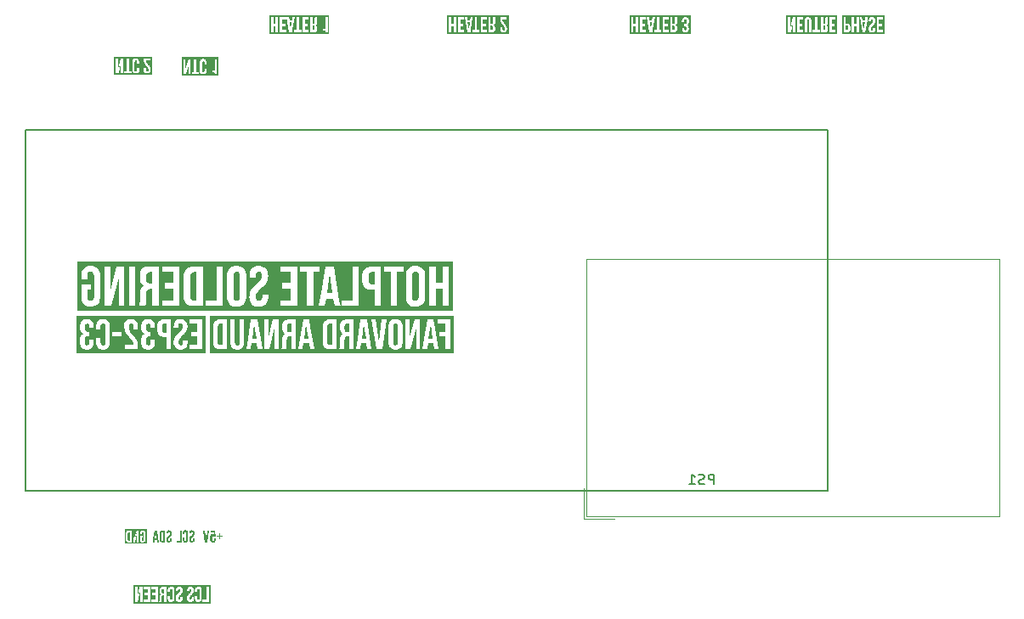
<source format=gbr>
%TF.GenerationSoftware,KiCad,Pcbnew,8.0.5*%
%TF.CreationDate,2024-10-31T00:03:13+01:00*%
%TF.ProjectId,HotPlate_Soldering,486f7450-6c61-4746-955f-536f6c646572,rev?*%
%TF.SameCoordinates,Original*%
%TF.FileFunction,Legend,Bot*%
%TF.FilePolarity,Positive*%
%FSLAX46Y46*%
G04 Gerber Fmt 4.6, Leading zero omitted, Abs format (unit mm)*
G04 Created by KiCad (PCBNEW 8.0.5) date 2024-10-31 00:03:13*
%MOMM*%
%LPD*%
G01*
G04 APERTURE LIST*
%ADD10C,0.150000*%
%ADD11C,0.120000*%
G04 APERTURE END LIST*
D10*
G36*
X81847170Y-136502179D02*
G01*
X81753087Y-136502179D01*
X81695263Y-136485721D01*
X81683625Y-136475214D01*
X81660953Y-136418889D01*
X81659005Y-136387287D01*
X81659005Y-135772967D01*
X81667684Y-135712560D01*
X81683625Y-135685040D01*
X81736893Y-135659024D01*
X81753087Y-135658076D01*
X81847170Y-135658076D01*
X81847170Y-136502179D01*
G37*
G36*
X83552938Y-136823090D02*
G01*
X81341024Y-136823090D01*
X81341024Y-135781174D01*
X81474357Y-135781174D01*
X81474357Y-136379080D01*
X81477653Y-136438488D01*
X81489491Y-136498311D01*
X81513101Y-136555320D01*
X81543234Y-136596847D01*
X81593008Y-136635951D01*
X81649306Y-136658762D01*
X81708497Y-136669189D01*
X81749863Y-136671000D01*
X82032110Y-136671000D01*
X82169863Y-136671000D01*
X82359787Y-136671000D01*
X82581657Y-135820448D01*
X82584881Y-135820448D01*
X82584881Y-136671000D01*
X82749598Y-136671000D01*
X82749598Y-135773554D01*
X82868593Y-135773554D01*
X82868593Y-135877015D01*
X83043276Y-135877015D01*
X83043276Y-135759778D01*
X83050857Y-135701548D01*
X83084551Y-135653552D01*
X83139117Y-135639318D01*
X83197341Y-135655763D01*
X83230092Y-135710694D01*
X83234665Y-135756261D01*
X83234665Y-136405752D01*
X83225334Y-136466494D01*
X83185304Y-136511825D01*
X83139117Y-136520937D01*
X83080714Y-136505192D01*
X83047862Y-136452601D01*
X83043276Y-136408976D01*
X83043276Y-136183295D01*
X83135600Y-136183295D01*
X83135600Y-136014475D01*
X82868593Y-136014475D01*
X82868593Y-136396373D01*
X82871973Y-136455165D01*
X82884114Y-136514663D01*
X82908326Y-136571788D01*
X82939228Y-136613847D01*
X82989460Y-136653878D01*
X83045388Y-136677229D01*
X83103626Y-136687904D01*
X83144099Y-136689757D01*
X83207242Y-136684940D01*
X83268775Y-136668002D01*
X83320246Y-136638870D01*
X83348970Y-136612674D01*
X83383115Y-136564029D01*
X83406085Y-136504812D01*
X83417122Y-136443300D01*
X83419605Y-136391683D01*
X83419605Y-135768571D01*
X83416225Y-135708809D01*
X83404085Y-135648341D01*
X83379873Y-135590298D01*
X83348970Y-135547580D01*
X83298612Y-135506931D01*
X83242669Y-135483219D01*
X83184495Y-135472379D01*
X83144099Y-135470497D01*
X83080846Y-135475406D01*
X83019278Y-135492666D01*
X82967863Y-135522351D01*
X82939228Y-135549046D01*
X82905084Y-135598443D01*
X82882113Y-135658598D01*
X82871077Y-135721099D01*
X82868593Y-135773554D01*
X82749598Y-135773554D01*
X82749598Y-135489255D01*
X82517763Y-135489255D01*
X82338098Y-136203226D01*
X82334581Y-136203226D01*
X82334581Y-135489255D01*
X82169863Y-135489255D01*
X82169863Y-136671000D01*
X82032110Y-136671000D01*
X82032110Y-135489255D01*
X81749863Y-135489255D01*
X81685292Y-135493908D01*
X81622940Y-135510265D01*
X81571484Y-135538400D01*
X81543234Y-135563700D01*
X81506912Y-135616800D01*
X81485725Y-135676141D01*
X81476039Y-135738075D01*
X81474677Y-135772967D01*
X81474357Y-135781174D01*
X81341024Y-135781174D01*
X81341024Y-135337164D01*
X83552938Y-135337164D01*
X83552938Y-136823090D01*
G37*
G36*
X90879476Y-136145780D02*
G01*
X91104570Y-136145780D01*
X91104570Y-136014475D01*
X90879476Y-136014475D01*
X90879476Y-135770623D01*
X90748464Y-135770623D01*
X90748464Y-136014475D01*
X90523370Y-136014475D01*
X90523370Y-136145780D01*
X90748464Y-136145780D01*
X90748464Y-136370874D01*
X90879476Y-136370874D01*
X90879476Y-136145780D01*
G37*
G36*
X90138834Y-136689757D02*
G01*
X90202105Y-136685013D01*
X90263739Y-136668333D01*
X90315264Y-136639644D01*
X90343998Y-136613847D01*
X90378001Y-136565766D01*
X90400876Y-136507252D01*
X90411867Y-136446481D01*
X90414340Y-136395494D01*
X90414340Y-136303463D01*
X90239658Y-136303463D01*
X90239658Y-136408096D01*
X90230298Y-136467602D01*
X90190146Y-136512011D01*
X90143817Y-136520937D01*
X90085592Y-136505069D01*
X90052841Y-136452065D01*
X90048269Y-136408096D01*
X90048269Y-136147831D01*
X90057600Y-136087398D01*
X90097629Y-136042298D01*
X90143817Y-136033233D01*
X90202220Y-136050049D01*
X90233668Y-136100497D01*
X90239658Y-136152814D01*
X90414340Y-136152814D01*
X90380928Y-135489255D01*
X89893517Y-135489255D01*
X89893517Y-135658076D01*
X90216210Y-135658076D01*
X90231158Y-135951460D01*
X90227934Y-135951460D01*
X90189918Y-135905556D01*
X90135604Y-135874698D01*
X90074868Y-135864497D01*
X90068199Y-135864412D01*
X90009964Y-135871110D01*
X89952702Y-135896828D01*
X89915498Y-135932995D01*
X89885796Y-135987287D01*
X89869493Y-136049386D01*
X89863787Y-136107803D01*
X89863328Y-136131711D01*
X89863328Y-136395787D01*
X89866708Y-136454707D01*
X89878849Y-136514351D01*
X89903060Y-136571642D01*
X89933963Y-136613847D01*
X89984321Y-136653878D01*
X90040264Y-136677229D01*
X90098438Y-136687904D01*
X90138834Y-136689757D01*
G37*
G36*
X89786245Y-135489255D02*
G01*
X89599839Y-135489255D01*
X89478792Y-136409855D01*
X89475568Y-136409855D01*
X89354521Y-135489255D01*
X89184822Y-135489255D01*
X89363021Y-136671000D01*
X89608339Y-136671000D01*
X89786245Y-135489255D01*
G37*
G36*
X85765788Y-136689757D02*
G01*
X85828949Y-136684958D01*
X85890196Y-136668085D01*
X85946067Y-136635090D01*
X85969193Y-136612967D01*
X86002488Y-136564345D01*
X86024887Y-136505198D01*
X86035649Y-136443786D01*
X86038070Y-136392270D01*
X86038070Y-136324565D01*
X85863387Y-136324565D01*
X85863387Y-136405752D01*
X85854028Y-136466494D01*
X85813876Y-136511825D01*
X85767547Y-136520937D01*
X85709899Y-136505275D01*
X85696325Y-136493093D01*
X85674110Y-136438058D01*
X85671706Y-136402235D01*
X85678157Y-136340517D01*
X85699388Y-136281986D01*
X85705411Y-136271223D01*
X85742181Y-136221251D01*
X85783237Y-136177677D01*
X85829682Y-136134642D01*
X85876395Y-136091087D01*
X85921710Y-136043611D01*
X85962397Y-135993134D01*
X85989417Y-135950874D01*
X86015114Y-135891793D01*
X86029219Y-135833816D01*
X86034509Y-135771775D01*
X86034553Y-135765347D01*
X86030157Y-135698980D01*
X86016967Y-135640563D01*
X85991620Y-135584347D01*
X85964211Y-135547580D01*
X85913824Y-135506931D01*
X85857807Y-135483219D01*
X85799527Y-135472379D01*
X85759047Y-135470497D01*
X85696838Y-135475315D01*
X85636488Y-135492252D01*
X85581396Y-135525374D01*
X85558572Y-135547580D01*
X85525561Y-135596225D01*
X85503353Y-135655442D01*
X85492683Y-135716955D01*
X85490282Y-135768571D01*
X85490282Y-135817517D01*
X85664965Y-135817517D01*
X85664965Y-135756554D01*
X85672476Y-135698213D01*
X85688705Y-135667454D01*
X85741318Y-135640307D01*
X85757581Y-135639318D01*
X85817358Y-135658037D01*
X85846660Y-135714197D01*
X85849905Y-135752744D01*
X85842370Y-135811327D01*
X85819766Y-135866174D01*
X85815614Y-135873205D01*
X85778226Y-135922417D01*
X85736827Y-135965671D01*
X85690170Y-136008613D01*
X85642971Y-136052224D01*
X85597477Y-136099902D01*
X85557070Y-136150781D01*
X85530729Y-136193554D01*
X85507699Y-136248199D01*
X85493199Y-136308455D01*
X85487442Y-136367481D01*
X85487058Y-136388166D01*
X85490480Y-136448656D01*
X85502772Y-136509852D01*
X85527285Y-136568582D01*
X85558572Y-136611795D01*
X85603758Y-136649482D01*
X85659191Y-136674835D01*
X85717067Y-136687016D01*
X85765788Y-136689757D01*
G37*
G36*
X85381252Y-136671000D02*
G01*
X85099005Y-136671000D01*
X85057639Y-136669189D01*
X84998448Y-136658762D01*
X84942150Y-136635951D01*
X84892376Y-136596847D01*
X84862242Y-136555320D01*
X84838633Y-136498311D01*
X84826795Y-136438488D01*
X84823499Y-136379080D01*
X84823499Y-135781174D01*
X84823819Y-135772967D01*
X85008147Y-135772967D01*
X85008147Y-136387287D01*
X85010094Y-136418889D01*
X85032766Y-136475214D01*
X85044405Y-136485721D01*
X85102229Y-136502179D01*
X85196311Y-136502179D01*
X85196311Y-135658076D01*
X85102229Y-135658076D01*
X85086035Y-135659024D01*
X85032766Y-135685040D01*
X85016826Y-135712560D01*
X85008147Y-135772967D01*
X84823819Y-135772967D01*
X84825181Y-135738075D01*
X84834866Y-135676141D01*
X84856054Y-135616800D01*
X84892376Y-135563700D01*
X84920626Y-135538400D01*
X84972081Y-135510265D01*
X85034433Y-135493908D01*
X85099005Y-135489255D01*
X85381252Y-135489255D01*
X85381252Y-136671000D01*
G37*
G36*
X84751106Y-136671000D02*
G01*
X84579940Y-136671000D01*
X84546235Y-136445905D01*
X84336088Y-136445905D01*
X84302676Y-136671000D01*
X84117735Y-136671000D01*
X84181629Y-136277085D01*
X84358070Y-136277085D01*
X84524253Y-136277085D01*
X84443653Y-135701160D01*
X84440429Y-135701160D01*
X84358070Y-136277085D01*
X84181629Y-136277085D01*
X84309417Y-135489255D01*
X84559717Y-135489255D01*
X84751106Y-136671000D01*
G37*
G36*
X88040788Y-136689757D02*
G01*
X88103949Y-136684958D01*
X88165196Y-136668085D01*
X88221067Y-136635090D01*
X88244193Y-136612967D01*
X88277488Y-136564345D01*
X88299887Y-136505198D01*
X88310649Y-136443786D01*
X88313070Y-136392270D01*
X88313070Y-136324565D01*
X88138387Y-136324565D01*
X88138387Y-136405752D01*
X88129028Y-136466494D01*
X88088876Y-136511825D01*
X88042547Y-136520937D01*
X87984899Y-136505275D01*
X87971325Y-136493093D01*
X87949110Y-136438058D01*
X87946706Y-136402235D01*
X87953157Y-136340517D01*
X87974388Y-136281986D01*
X87980411Y-136271223D01*
X88017181Y-136221251D01*
X88058237Y-136177677D01*
X88104682Y-136134642D01*
X88151395Y-136091087D01*
X88196710Y-136043611D01*
X88237397Y-135993134D01*
X88264417Y-135950874D01*
X88290114Y-135891793D01*
X88304219Y-135833816D01*
X88309509Y-135771775D01*
X88309553Y-135765347D01*
X88305157Y-135698980D01*
X88291967Y-135640563D01*
X88266620Y-135584347D01*
X88239211Y-135547580D01*
X88188824Y-135506931D01*
X88132807Y-135483219D01*
X88074527Y-135472379D01*
X88034047Y-135470497D01*
X87971838Y-135475315D01*
X87911488Y-135492252D01*
X87856396Y-135525374D01*
X87833572Y-135547580D01*
X87800561Y-135596225D01*
X87778353Y-135655442D01*
X87767683Y-135716955D01*
X87765282Y-135768571D01*
X87765282Y-135817517D01*
X87939965Y-135817517D01*
X87939965Y-135756554D01*
X87947476Y-135698213D01*
X87963705Y-135667454D01*
X88016318Y-135640307D01*
X88032581Y-135639318D01*
X88092358Y-135658037D01*
X88121660Y-135714197D01*
X88124905Y-135752744D01*
X88117370Y-135811327D01*
X88094766Y-135866174D01*
X88090614Y-135873205D01*
X88053226Y-135922417D01*
X88011827Y-135965671D01*
X87965170Y-136008613D01*
X87917971Y-136052224D01*
X87872477Y-136099902D01*
X87832070Y-136150781D01*
X87805729Y-136193554D01*
X87782699Y-136248199D01*
X87768199Y-136308455D01*
X87762442Y-136367481D01*
X87762058Y-136388166D01*
X87765480Y-136448656D01*
X87777772Y-136509852D01*
X87802285Y-136568582D01*
X87833572Y-136611795D01*
X87878758Y-136649482D01*
X87934191Y-136674835D01*
X87992067Y-136687016D01*
X88040788Y-136689757D01*
G37*
G36*
X87395987Y-136689757D02*
G01*
X87458306Y-136684995D01*
X87519042Y-136668251D01*
X87574890Y-136635507D01*
X87598220Y-136613554D01*
X87635005Y-136559801D01*
X87656463Y-136500950D01*
X87666273Y-136440307D01*
X87667976Y-136398424D01*
X87667976Y-135761830D01*
X87663616Y-135696287D01*
X87650537Y-135638585D01*
X87625400Y-135583041D01*
X87598220Y-135546701D01*
X87548498Y-135506515D01*
X87493273Y-135483074D01*
X87428126Y-135471688D01*
X87395987Y-135470497D01*
X87333540Y-135475260D01*
X87272703Y-135492004D01*
X87216798Y-135524748D01*
X87193461Y-135546701D01*
X87156676Y-135600453D01*
X87135217Y-135659305D01*
X87125408Y-135719947D01*
X87123705Y-135761830D01*
X87123705Y-135887273D01*
X87298387Y-135887273D01*
X87298387Y-135749813D01*
X87307403Y-135691544D01*
X87350320Y-135646224D01*
X87390711Y-135639318D01*
X87450677Y-135657505D01*
X87480072Y-135712068D01*
X87483328Y-135749520D01*
X87483328Y-136412493D01*
X87472384Y-136474234D01*
X87426799Y-136515747D01*
X87390711Y-136520937D01*
X87330935Y-136503039D01*
X87301633Y-136449347D01*
X87298387Y-136412493D01*
X87298387Y-136231362D01*
X87123705Y-136231362D01*
X87123705Y-136398718D01*
X87128065Y-136464260D01*
X87141144Y-136521963D01*
X87166281Y-136577506D01*
X87193461Y-136613847D01*
X87243212Y-136653878D01*
X87298511Y-136677229D01*
X87363779Y-136688571D01*
X87395987Y-136689757D01*
G37*
G36*
X87013796Y-135489255D02*
G01*
X86828855Y-135489255D01*
X86828855Y-136502179D01*
X86524919Y-136502179D01*
X86524919Y-136671000D01*
X87013796Y-136671000D01*
X87013796Y-135489255D01*
G37*
G36*
X90697302Y-90172295D02*
G01*
X87019428Y-90172295D01*
X87019428Y-89982180D01*
X87186095Y-89982180D01*
X87475889Y-89982180D01*
X87700471Y-89089717D01*
X87704867Y-89089717D01*
X87704867Y-89982180D01*
X87910764Y-89982180D01*
X87910764Y-89771154D01*
X88022138Y-89771154D01*
X88022138Y-89982180D01*
X88736182Y-89982180D01*
X88736182Y-89771154D01*
X88494382Y-89771154D01*
X88494382Y-88845718D01*
X88823011Y-88845718D01*
X88823011Y-89641461D01*
X88828460Y-89723390D01*
X88844809Y-89795518D01*
X88876230Y-89864947D01*
X88910205Y-89910373D01*
X88972358Y-89960605D01*
X89041389Y-89989907D01*
X89122823Y-90004139D01*
X89162997Y-90005628D01*
X89241055Y-89999674D01*
X89317102Y-89978744D01*
X89386983Y-89937814D01*
X89416154Y-89910373D01*
X89462136Y-89843182D01*
X89488959Y-89769618D01*
X89501220Y-89693815D01*
X89503349Y-89641461D01*
X89503349Y-89630471D01*
X90058391Y-89630471D01*
X90058391Y-89794602D01*
X90132055Y-89797383D01*
X90205122Y-89808443D01*
X90216660Y-89811454D01*
X90284949Y-89843521D01*
X90312281Y-89867875D01*
X90353726Y-89931072D01*
X90375296Y-89982180D01*
X90530635Y-89982180D01*
X90530635Y-88505000D01*
X90299825Y-88505000D01*
X90299825Y-89630471D01*
X90058391Y-89630471D01*
X89503349Y-89630471D01*
X89503349Y-89484658D01*
X89284996Y-89484658D01*
X89284996Y-89656482D01*
X89273726Y-89729319D01*
X89220081Y-89785969D01*
X89169591Y-89794602D01*
X89094634Y-89771867D01*
X89057890Y-89703663D01*
X89053820Y-89656849D01*
X89053820Y-88828133D01*
X89067500Y-88750957D01*
X89124481Y-88699065D01*
X89169591Y-88692578D01*
X89244311Y-88714950D01*
X89280939Y-88782065D01*
X89284996Y-88828133D01*
X89284996Y-89054546D01*
X89503349Y-89054546D01*
X89503349Y-88845352D01*
X89497899Y-88763424D01*
X89481550Y-88691296D01*
X89450130Y-88621866D01*
X89416154Y-88576441D01*
X89353966Y-88526402D01*
X89284842Y-88497212D01*
X89203257Y-88483035D01*
X89162997Y-88481552D01*
X89085099Y-88487506D01*
X89009177Y-88508436D01*
X88939368Y-88549365D01*
X88910205Y-88576807D01*
X88864224Y-88643998D01*
X88837401Y-88717562D01*
X88825139Y-88793365D01*
X88823011Y-88845718D01*
X88494382Y-88845718D01*
X88494382Y-88505000D01*
X88263572Y-88505000D01*
X88263572Y-89771154D01*
X88022138Y-89771154D01*
X87910764Y-89771154D01*
X87910764Y-88505000D01*
X87673360Y-88505000D01*
X87396022Y-89568189D01*
X87391992Y-89568189D01*
X87391992Y-88505000D01*
X87186095Y-88505000D01*
X87186095Y-89982180D01*
X87019428Y-89982180D01*
X87019428Y-88314885D01*
X90697302Y-88314885D01*
X90697302Y-90172295D01*
G37*
G36*
X84102727Y-90097295D02*
G01*
X80294428Y-90097295D01*
X80294428Y-89907180D01*
X80461095Y-89907180D01*
X80750889Y-89907180D01*
X80975471Y-89014717D01*
X80979867Y-89014717D01*
X80979867Y-89907180D01*
X81185764Y-89907180D01*
X81185764Y-89696154D01*
X81297138Y-89696154D01*
X81297138Y-89907180D01*
X82011182Y-89907180D01*
X82011182Y-89696154D01*
X81769382Y-89696154D01*
X81769382Y-88770718D01*
X82098011Y-88770718D01*
X82098011Y-89566461D01*
X82103460Y-89648390D01*
X82119809Y-89720518D01*
X82151230Y-89789947D01*
X82185205Y-89835373D01*
X82247358Y-89885605D01*
X82316389Y-89914907D01*
X82397823Y-89929139D01*
X82437997Y-89930628D01*
X82516055Y-89924674D01*
X82592102Y-89903744D01*
X82661983Y-89862814D01*
X82691154Y-89835373D01*
X82737136Y-89768182D01*
X82763959Y-89694618D01*
X82776220Y-89618815D01*
X82778349Y-89566461D01*
X82778349Y-89409658D01*
X82559996Y-89409658D01*
X82559996Y-89581482D01*
X82548726Y-89654319D01*
X82495081Y-89710969D01*
X82444591Y-89719602D01*
X82369634Y-89696867D01*
X82332890Y-89628663D01*
X82328820Y-89581849D01*
X82328820Y-88753133D01*
X82342500Y-88675957D01*
X82399481Y-88624065D01*
X82444591Y-88617578D01*
X82519311Y-88639950D01*
X82555939Y-88707065D01*
X82559996Y-88753133D01*
X82559996Y-88979546D01*
X82778349Y-88979546D01*
X82778349Y-88770352D01*
X82772899Y-88688424D01*
X82756550Y-88616296D01*
X82745027Y-88590833D01*
X83247295Y-88590833D01*
X83250432Y-88667152D01*
X83261461Y-88746277D01*
X83280430Y-88818273D01*
X83297487Y-88862309D01*
X83332215Y-88927901D01*
X83373643Y-88989416D01*
X83425008Y-89053953D01*
X83478105Y-89112903D01*
X83530418Y-89171081D01*
X83580930Y-89232847D01*
X83625933Y-89296314D01*
X83655425Y-89347376D01*
X83683584Y-89415327D01*
X83700972Y-89491628D01*
X83704884Y-89550341D01*
X83698203Y-89626843D01*
X83674476Y-89682599D01*
X83609522Y-89717831D01*
X83585083Y-89719602D01*
X83512303Y-89699045D01*
X83471364Y-89630381D01*
X83465648Y-89573422D01*
X83465648Y-89414787D01*
X83247295Y-89414787D01*
X83247295Y-89558401D01*
X83251503Y-89633086D01*
X83266615Y-89708609D01*
X83296755Y-89781036D01*
X83335223Y-89834274D01*
X83398206Y-89885085D01*
X83468228Y-89914725D01*
X83541077Y-89928275D01*
X83591678Y-89930628D01*
X83670606Y-89924605D01*
X83747523Y-89903434D01*
X83811861Y-89867019D01*
X83847766Y-89834274D01*
X83890448Y-89773644D01*
X83919160Y-89699742D01*
X83932956Y-89622909D01*
X83936060Y-89558401D01*
X83930989Y-89482851D01*
X83915774Y-89408285D01*
X83890417Y-89334705D01*
X83871946Y-89294253D01*
X83834051Y-89227391D01*
X83791312Y-89164981D01*
X83739633Y-89098923D01*
X83688221Y-89039401D01*
X83650296Y-88998230D01*
X83597691Y-88939652D01*
X83551681Y-88882179D01*
X83511444Y-88819445D01*
X83484791Y-88748553D01*
X83475907Y-88672899D01*
X83475907Y-88641025D01*
X83914811Y-88641025D01*
X83914811Y-88430000D01*
X83247295Y-88430000D01*
X83247295Y-88590833D01*
X82745027Y-88590833D01*
X82725130Y-88546866D01*
X82691154Y-88501441D01*
X82628966Y-88451402D01*
X82559842Y-88422212D01*
X82478257Y-88408035D01*
X82437997Y-88406552D01*
X82360099Y-88412506D01*
X82284177Y-88433436D01*
X82214368Y-88474365D01*
X82185205Y-88501807D01*
X82139224Y-88568998D01*
X82112401Y-88642562D01*
X82100139Y-88718365D01*
X82098011Y-88770718D01*
X81769382Y-88770718D01*
X81769382Y-88430000D01*
X81538572Y-88430000D01*
X81538572Y-89696154D01*
X81297138Y-89696154D01*
X81185764Y-89696154D01*
X81185764Y-88430000D01*
X80948360Y-88430000D01*
X80671022Y-89493189D01*
X80666992Y-89493189D01*
X80666992Y-88430000D01*
X80461095Y-88430000D01*
X80461095Y-89907180D01*
X80294428Y-89907180D01*
X80294428Y-88239885D01*
X84102727Y-88239885D01*
X84102727Y-90097295D01*
G37*
G36*
X115631402Y-85542299D02*
G01*
X115627372Y-85542299D01*
X115526622Y-84822393D01*
X115734351Y-84822393D01*
X115631402Y-85542299D01*
G37*
G36*
X117961897Y-85188128D02*
G01*
X117992620Y-85210006D01*
X118023312Y-85277957D01*
X118027424Y-85330174D01*
X118027424Y-85444113D01*
X118018383Y-85520350D01*
X117998848Y-85560251D01*
X117931481Y-85594892D01*
X117909822Y-85596154D01*
X117805041Y-85596154D01*
X117805041Y-85174103D01*
X117888939Y-85174103D01*
X117961897Y-85188128D01*
G37*
G36*
X119606426Y-85997295D02*
G01*
X113494428Y-85997295D01*
X113494428Y-85807180D01*
X113661095Y-85807180D01*
X113892271Y-85807180D01*
X113892271Y-85197550D01*
X114139933Y-85197550D01*
X114139933Y-85807180D01*
X114370743Y-85807180D01*
X114541835Y-85807180D01*
X115171981Y-85807180D01*
X115171981Y-85596154D01*
X114773011Y-85596154D01*
X114773011Y-85197550D01*
X115089916Y-85197550D01*
X115089916Y-84986524D01*
X114773011Y-84986524D01*
X114773011Y-84541025D01*
X115171981Y-84541025D01*
X115171981Y-84330000D01*
X115243056Y-84330000D01*
X115322801Y-84822393D01*
X115482292Y-85807180D01*
X115795167Y-85807180D01*
X115829396Y-85596154D01*
X115987508Y-85596154D01*
X115987508Y-85807180D01*
X116701552Y-85807180D01*
X116811828Y-85807180D01*
X117441974Y-85807180D01*
X117441974Y-85596154D01*
X117573866Y-85596154D01*
X117573866Y-85807180D01*
X117916050Y-85807180D01*
X117989623Y-85803183D01*
X118062329Y-85788826D01*
X118136146Y-85756197D01*
X118176535Y-85723649D01*
X118219812Y-85662641D01*
X118245056Y-85592683D01*
X118256597Y-85518529D01*
X118258600Y-85466461D01*
X118258600Y-85375603D01*
X118253281Y-85295013D01*
X118233629Y-85216065D01*
X118193437Y-85145718D01*
X118134332Y-85096573D01*
X118107292Y-85083611D01*
X118107292Y-85079581D01*
X118175078Y-85044290D01*
X118221130Y-84985814D01*
X118225628Y-84976266D01*
X118248162Y-84904216D01*
X118258257Y-84829743D01*
X118260432Y-84767805D01*
X118260432Y-84508785D01*
X118260886Y-84490833D01*
X118750994Y-84490833D01*
X118754131Y-84567152D01*
X118765159Y-84646277D01*
X118784128Y-84718273D01*
X118801186Y-84762309D01*
X118835914Y-84827901D01*
X118877341Y-84889416D01*
X118928707Y-84953953D01*
X118981803Y-85012903D01*
X119034116Y-85071081D01*
X119084629Y-85132847D01*
X119129631Y-85196314D01*
X119159124Y-85247376D01*
X119187283Y-85315327D01*
X119204671Y-85391628D01*
X119208583Y-85450341D01*
X119201901Y-85526843D01*
X119178175Y-85582599D01*
X119113220Y-85617831D01*
X119088782Y-85619602D01*
X119016001Y-85599045D01*
X118975062Y-85530381D01*
X118969347Y-85473422D01*
X118969347Y-85314787D01*
X118750994Y-85314787D01*
X118750994Y-85458401D01*
X118755201Y-85533086D01*
X118770314Y-85608609D01*
X118800453Y-85681036D01*
X118838921Y-85734274D01*
X118901905Y-85785085D01*
X118971927Y-85814725D01*
X119044776Y-85828275D01*
X119095376Y-85830628D01*
X119174305Y-85824605D01*
X119251221Y-85803434D01*
X119315560Y-85767019D01*
X119351465Y-85734274D01*
X119394146Y-85673644D01*
X119422859Y-85599742D01*
X119436655Y-85522909D01*
X119439759Y-85458401D01*
X119434687Y-85382851D01*
X119419473Y-85308285D01*
X119394115Y-85234705D01*
X119375645Y-85194253D01*
X119337749Y-85127391D01*
X119295011Y-85064981D01*
X119243332Y-84998923D01*
X119191919Y-84939401D01*
X119153995Y-84898230D01*
X119101390Y-84839652D01*
X119055379Y-84782179D01*
X119015143Y-84719445D01*
X118988490Y-84648553D01*
X118979605Y-84572899D01*
X118979605Y-84541025D01*
X119418510Y-84541025D01*
X119418510Y-84330000D01*
X118750994Y-84330000D01*
X118750994Y-84490833D01*
X118260886Y-84490833D01*
X118262337Y-84433396D01*
X118264462Y-84406570D01*
X118283653Y-84334721D01*
X118285711Y-84330000D01*
X118050505Y-84330000D01*
X118033653Y-84397411D01*
X118029875Y-84473454D01*
X118029623Y-84511350D01*
X118029623Y-84781727D01*
X118023382Y-84858493D01*
X117997016Y-84922777D01*
X117929844Y-84959141D01*
X117884542Y-84963077D01*
X117805041Y-84963077D01*
X117805041Y-84330000D01*
X117573866Y-84330000D01*
X117573866Y-85596154D01*
X117441974Y-85596154D01*
X117043004Y-85596154D01*
X117043004Y-85197550D01*
X117359909Y-85197550D01*
X117359909Y-84986524D01*
X117043004Y-84986524D01*
X117043004Y-84541025D01*
X117441974Y-84541025D01*
X117441974Y-84330000D01*
X116811828Y-84330000D01*
X116811828Y-85807180D01*
X116701552Y-85807180D01*
X116701552Y-85596154D01*
X116459752Y-85596154D01*
X116459752Y-84330000D01*
X116228942Y-84330000D01*
X116228942Y-85596154D01*
X115987508Y-85596154D01*
X115829396Y-85596154D01*
X116034769Y-84330000D01*
X115803593Y-84330000D01*
X115761828Y-84611367D01*
X115499145Y-84611367D01*
X115457013Y-84330000D01*
X115243056Y-84330000D01*
X115171981Y-84330000D01*
X114541835Y-84330000D01*
X114541835Y-85807180D01*
X114370743Y-85807180D01*
X114370743Y-84330000D01*
X114139933Y-84330000D01*
X114139933Y-84986524D01*
X113892271Y-84986524D01*
X113892271Y-84330000D01*
X113661095Y-84330000D01*
X113661095Y-85807180D01*
X113494428Y-85807180D01*
X113494428Y-84163333D01*
X119606426Y-84163333D01*
X119606426Y-85997295D01*
G37*
G36*
X97881402Y-85542299D02*
G01*
X97877372Y-85542299D01*
X97776622Y-84822393D01*
X97984351Y-84822393D01*
X97881402Y-85542299D01*
G37*
G36*
X100211897Y-85188128D02*
G01*
X100242620Y-85210006D01*
X100273312Y-85277957D01*
X100277424Y-85330174D01*
X100277424Y-85444113D01*
X100268383Y-85520350D01*
X100248848Y-85560251D01*
X100181481Y-85594892D01*
X100159822Y-85596154D01*
X100055041Y-85596154D01*
X100055041Y-85174103D01*
X100138939Y-85174103D01*
X100211897Y-85188128D01*
G37*
G36*
X101726000Y-85973847D02*
G01*
X95744428Y-85973847D01*
X95744428Y-85807180D01*
X95911095Y-85807180D01*
X96142271Y-85807180D01*
X96142271Y-85197550D01*
X96389933Y-85197550D01*
X96389933Y-85807180D01*
X96620743Y-85807180D01*
X96791835Y-85807180D01*
X97421981Y-85807180D01*
X97421981Y-85596154D01*
X97023011Y-85596154D01*
X97023011Y-85197550D01*
X97339916Y-85197550D01*
X97339916Y-84986524D01*
X97023011Y-84986524D01*
X97023011Y-84541025D01*
X97421981Y-84541025D01*
X97421981Y-84330000D01*
X97493056Y-84330000D01*
X97572801Y-84822393D01*
X97732292Y-85807180D01*
X98045167Y-85807180D01*
X98079396Y-85596154D01*
X98237508Y-85596154D01*
X98237508Y-85807180D01*
X98951552Y-85807180D01*
X99061828Y-85807180D01*
X99691974Y-85807180D01*
X99691974Y-85596154D01*
X99823866Y-85596154D01*
X99823866Y-85807180D01*
X100166050Y-85807180D01*
X100239623Y-85803183D01*
X100312329Y-85788826D01*
X100386146Y-85756197D01*
X100426535Y-85723649D01*
X100469812Y-85662641D01*
X100495056Y-85592683D01*
X100506597Y-85518529D01*
X100508600Y-85466461D01*
X100508600Y-85455471D01*
X101087090Y-85455471D01*
X101087090Y-85619602D01*
X101160754Y-85622383D01*
X101233821Y-85633443D01*
X101245359Y-85636454D01*
X101313648Y-85668521D01*
X101340980Y-85692875D01*
X101382425Y-85756072D01*
X101403995Y-85807180D01*
X101559333Y-85807180D01*
X101559333Y-84330000D01*
X101328524Y-84330000D01*
X101328524Y-85455471D01*
X101087090Y-85455471D01*
X100508600Y-85455471D01*
X100508600Y-85375603D01*
X100503281Y-85295013D01*
X100483629Y-85216065D01*
X100443437Y-85145718D01*
X100384332Y-85096573D01*
X100357292Y-85083611D01*
X100357292Y-85079581D01*
X100425078Y-85044290D01*
X100471130Y-84985814D01*
X100475628Y-84976266D01*
X100498162Y-84904216D01*
X100508257Y-84829743D01*
X100510432Y-84767805D01*
X100510432Y-84508785D01*
X100512337Y-84433396D01*
X100514462Y-84406570D01*
X100533653Y-84334721D01*
X100535711Y-84330000D01*
X100300505Y-84330000D01*
X100283653Y-84397411D01*
X100279875Y-84473454D01*
X100279623Y-84511350D01*
X100279623Y-84781727D01*
X100273382Y-84858493D01*
X100247016Y-84922777D01*
X100179844Y-84959141D01*
X100134542Y-84963077D01*
X100055041Y-84963077D01*
X100055041Y-84330000D01*
X99823866Y-84330000D01*
X99823866Y-85596154D01*
X99691974Y-85596154D01*
X99293004Y-85596154D01*
X99293004Y-85197550D01*
X99609909Y-85197550D01*
X99609909Y-84986524D01*
X99293004Y-84986524D01*
X99293004Y-84541025D01*
X99691974Y-84541025D01*
X99691974Y-84330000D01*
X99061828Y-84330000D01*
X99061828Y-85807180D01*
X98951552Y-85807180D01*
X98951552Y-85596154D01*
X98709752Y-85596154D01*
X98709752Y-84330000D01*
X98478942Y-84330000D01*
X98478942Y-85596154D01*
X98237508Y-85596154D01*
X98079396Y-85596154D01*
X98284769Y-84330000D01*
X98053593Y-84330000D01*
X98011828Y-84611367D01*
X97749145Y-84611367D01*
X97707013Y-84330000D01*
X97493056Y-84330000D01*
X97421981Y-84330000D01*
X96791835Y-84330000D01*
X96791835Y-85807180D01*
X96620743Y-85807180D01*
X96620743Y-84330000D01*
X96389933Y-84330000D01*
X96389933Y-84986524D01*
X96142271Y-84986524D01*
X96142271Y-84330000D01*
X95911095Y-84330000D01*
X95911095Y-85807180D01*
X95744428Y-85807180D01*
X95744428Y-84163333D01*
X101726000Y-84163333D01*
X101726000Y-85973847D01*
G37*
G36*
X133756402Y-85542299D02*
G01*
X133752372Y-85542299D01*
X133651622Y-84822393D01*
X133859351Y-84822393D01*
X133756402Y-85542299D01*
G37*
G36*
X136086897Y-85188128D02*
G01*
X136117620Y-85210006D01*
X136148312Y-85277957D01*
X136152424Y-85330174D01*
X136152424Y-85444113D01*
X136143383Y-85520350D01*
X136123848Y-85560251D01*
X136056481Y-85594892D01*
X136034822Y-85596154D01*
X135930041Y-85596154D01*
X135930041Y-85174103D01*
X136013939Y-85174103D01*
X136086897Y-85188128D01*
G37*
G36*
X137718603Y-85997295D02*
G01*
X131619428Y-85997295D01*
X131619428Y-85807180D01*
X131786095Y-85807180D01*
X132017271Y-85807180D01*
X132017271Y-85197550D01*
X132264933Y-85197550D01*
X132264933Y-85807180D01*
X132495743Y-85807180D01*
X132666835Y-85807180D01*
X133296981Y-85807180D01*
X133296981Y-85596154D01*
X132898011Y-85596154D01*
X132898011Y-85197550D01*
X133214916Y-85197550D01*
X133214916Y-84986524D01*
X132898011Y-84986524D01*
X132898011Y-84541025D01*
X133296981Y-84541025D01*
X133296981Y-84330000D01*
X133368056Y-84330000D01*
X133447801Y-84822393D01*
X133607292Y-85807180D01*
X133920167Y-85807180D01*
X133954396Y-85596154D01*
X134112508Y-85596154D01*
X134112508Y-85807180D01*
X134826552Y-85807180D01*
X134936828Y-85807180D01*
X135566974Y-85807180D01*
X135566974Y-85596154D01*
X135698866Y-85596154D01*
X135698866Y-85807180D01*
X136041050Y-85807180D01*
X136114623Y-85803183D01*
X136187329Y-85788826D01*
X136261146Y-85756197D01*
X136301535Y-85723649D01*
X136344812Y-85662641D01*
X136370056Y-85592683D01*
X136381597Y-85518529D01*
X136383600Y-85466461D01*
X136383600Y-85375603D01*
X136378281Y-85295013D01*
X136358629Y-85216065D01*
X136318437Y-85145718D01*
X136259332Y-85096573D01*
X136232292Y-85083611D01*
X136232292Y-85079581D01*
X136300078Y-85044290D01*
X136346130Y-84985814D01*
X136350628Y-84976266D01*
X136373162Y-84904216D01*
X136383257Y-84829743D01*
X136385432Y-84767805D01*
X136385432Y-84671451D01*
X136863171Y-84671451D01*
X136863171Y-84790886D01*
X137081524Y-84790886D01*
X137081524Y-84661559D01*
X137093224Y-84585632D01*
X137143414Y-84528967D01*
X137201325Y-84517578D01*
X137273728Y-84537980D01*
X137290718Y-84553848D01*
X137317533Y-84625600D01*
X137321127Y-84682076D01*
X137321127Y-84801144D01*
X137314254Y-84877650D01*
X137285223Y-84943660D01*
X137219489Y-84981459D01*
X137169818Y-84986524D01*
X137092149Y-84986524D01*
X137092149Y-85197550D01*
X137176046Y-85197550D01*
X137249147Y-85211861D01*
X137280094Y-85234187D01*
X137310786Y-85304053D01*
X137314898Y-85357651D01*
X137314898Y-85467927D01*
X137304929Y-85542618D01*
X137283391Y-85582599D01*
X137218164Y-85618301D01*
X137199127Y-85619602D01*
X137127016Y-85596323D01*
X137091668Y-85526487D01*
X137087752Y-85478551D01*
X137087752Y-85378900D01*
X136869399Y-85378900D01*
X136869399Y-85458035D01*
X136873572Y-85532738D01*
X136888558Y-85608323D01*
X136918446Y-85680876D01*
X136956594Y-85734274D01*
X137018568Y-85785085D01*
X137087132Y-85814725D01*
X137167809Y-85829122D01*
X137207554Y-85830628D01*
X137285543Y-85824651D01*
X137361349Y-85803641D01*
X137430757Y-85762554D01*
X137459612Y-85735006D01*
X137505014Y-85667172D01*
X137531499Y-85591927D01*
X137543606Y-85513754D01*
X137545708Y-85459501D01*
X137545708Y-85406011D01*
X137540989Y-85327599D01*
X137525078Y-85255094D01*
X137505774Y-85209640D01*
X137458676Y-85149437D01*
X137392258Y-85107588D01*
X137381943Y-85103394D01*
X137381943Y-85099364D01*
X137446886Y-85065086D01*
X137498298Y-85012753D01*
X137512002Y-84990188D01*
X137539301Y-84916477D01*
X137550532Y-84840571D01*
X137551936Y-84798213D01*
X137551936Y-84668520D01*
X137546486Y-84585768D01*
X137530137Y-84513365D01*
X137498717Y-84444283D01*
X137464741Y-84399609D01*
X137402159Y-84350536D01*
X137332008Y-84321910D01*
X137258655Y-84308824D01*
X137207554Y-84306552D01*
X137127732Y-84312437D01*
X137050304Y-84333125D01*
X136985975Y-84368710D01*
X136950366Y-84400708D01*
X136904384Y-84467762D01*
X136877562Y-84541755D01*
X136865300Y-84618376D01*
X136863171Y-84671451D01*
X136385432Y-84671451D01*
X136385432Y-84508785D01*
X136387337Y-84433396D01*
X136389462Y-84406570D01*
X136408653Y-84334721D01*
X136410711Y-84330000D01*
X136175505Y-84330000D01*
X136158653Y-84397411D01*
X136154875Y-84473454D01*
X136154623Y-84511350D01*
X136154623Y-84781727D01*
X136148382Y-84858493D01*
X136122016Y-84922777D01*
X136054844Y-84959141D01*
X136009542Y-84963077D01*
X135930041Y-84963077D01*
X135930041Y-84330000D01*
X135698866Y-84330000D01*
X135698866Y-85596154D01*
X135566974Y-85596154D01*
X135168004Y-85596154D01*
X135168004Y-85197550D01*
X135484909Y-85197550D01*
X135484909Y-84986524D01*
X135168004Y-84986524D01*
X135168004Y-84541025D01*
X135566974Y-84541025D01*
X135566974Y-84330000D01*
X134936828Y-84330000D01*
X134936828Y-85807180D01*
X134826552Y-85807180D01*
X134826552Y-85596154D01*
X134584752Y-85596154D01*
X134584752Y-84330000D01*
X134353942Y-84330000D01*
X134353942Y-85596154D01*
X134112508Y-85596154D01*
X133954396Y-85596154D01*
X134159769Y-84330000D01*
X133928593Y-84330000D01*
X133886828Y-84611367D01*
X133624145Y-84611367D01*
X133582013Y-84330000D01*
X133368056Y-84330000D01*
X133296981Y-84330000D01*
X132666835Y-84330000D01*
X132666835Y-85807180D01*
X132495743Y-85807180D01*
X132495743Y-84330000D01*
X132264933Y-84330000D01*
X132264933Y-84986524D01*
X132017271Y-84986524D01*
X132017271Y-84330000D01*
X131786095Y-84330000D01*
X131786095Y-85807180D01*
X131619428Y-85807180D01*
X131619428Y-84139885D01*
X137718603Y-84139885D01*
X137718603Y-85997295D01*
G37*
G36*
X151090630Y-85188128D02*
G01*
X151121353Y-85210006D01*
X151152045Y-85277957D01*
X151156158Y-85330174D01*
X151156158Y-85444113D01*
X151147116Y-85520350D01*
X151127581Y-85560251D01*
X151060215Y-85594892D01*
X151038555Y-85596154D01*
X150933775Y-85596154D01*
X150933775Y-85174103D01*
X151017672Y-85174103D01*
X151090630Y-85188128D01*
G37*
G36*
X152344981Y-85973847D02*
G01*
X147269428Y-85973847D01*
X147269428Y-85807180D01*
X147436095Y-85807180D01*
X147725889Y-85807180D01*
X147950471Y-84914717D01*
X147954867Y-84914717D01*
X147954867Y-85807180D01*
X148160764Y-85807180D01*
X148332955Y-85807180D01*
X148963101Y-85807180D01*
X148963101Y-85596154D01*
X148564131Y-85596154D01*
X148564131Y-85197550D01*
X148881036Y-85197550D01*
X148881036Y-84986524D01*
X148564131Y-84986524D01*
X148564131Y-84678412D01*
X149086566Y-84678412D01*
X149086566Y-85807180D01*
X149317742Y-85807180D01*
X149317742Y-84661193D01*
X149328462Y-84585860D01*
X149348150Y-84551284D01*
X149414977Y-84518763D01*
X149435345Y-84517578D01*
X149507625Y-84538150D01*
X149522173Y-84551284D01*
X149550514Y-84621838D01*
X149552948Y-84661193D01*
X149552948Y-85807180D01*
X149775331Y-85807180D01*
X149775331Y-85596154D01*
X149878279Y-85596154D01*
X149878279Y-85807180D01*
X150592323Y-85807180D01*
X150592323Y-85596154D01*
X150702599Y-85596154D01*
X150702599Y-85807180D01*
X151044783Y-85807180D01*
X151548168Y-85807180D01*
X152178314Y-85807180D01*
X152178314Y-85596154D01*
X151779344Y-85596154D01*
X151779344Y-85197550D01*
X152096249Y-85197550D01*
X152096249Y-84986524D01*
X151779344Y-84986524D01*
X151779344Y-84541025D01*
X152178314Y-84541025D01*
X152178314Y-84330000D01*
X151548168Y-84330000D01*
X151548168Y-85807180D01*
X151044783Y-85807180D01*
X151118356Y-85803183D01*
X151191062Y-85788826D01*
X151264879Y-85756197D01*
X151305268Y-85723649D01*
X151348545Y-85662641D01*
X151373790Y-85592683D01*
X151385330Y-85518529D01*
X151387334Y-85466461D01*
X151387334Y-85375603D01*
X151382014Y-85295013D01*
X151362362Y-85216065D01*
X151322171Y-85145718D01*
X151263066Y-85096573D01*
X151236025Y-85083611D01*
X151236025Y-85079581D01*
X151303812Y-85044290D01*
X151349863Y-84985814D01*
X151354361Y-84976266D01*
X151376896Y-84904216D01*
X151386990Y-84829743D01*
X151389166Y-84767805D01*
X151389166Y-84508785D01*
X151391070Y-84433396D01*
X151393196Y-84406570D01*
X151412387Y-84334721D01*
X151414445Y-84330000D01*
X151179239Y-84330000D01*
X151162386Y-84397411D01*
X151158608Y-84473454D01*
X151158356Y-84511350D01*
X151158356Y-84781727D01*
X151152115Y-84858493D01*
X151125750Y-84922777D01*
X151058578Y-84959141D01*
X151013276Y-84963077D01*
X150933775Y-84963077D01*
X150933775Y-84330000D01*
X150702599Y-84330000D01*
X150702599Y-85596154D01*
X150592323Y-85596154D01*
X150350523Y-85596154D01*
X150350523Y-84330000D01*
X150119713Y-84330000D01*
X150119713Y-85596154D01*
X149878279Y-85596154D01*
X149775331Y-85596154D01*
X149775331Y-84678412D01*
X149771106Y-84603852D01*
X149755930Y-84528387D01*
X149725666Y-84455914D01*
X149687037Y-84402540D01*
X149624247Y-84351921D01*
X149554338Y-84322394D01*
X149481540Y-84308896D01*
X149430949Y-84306552D01*
X149352020Y-84312551D01*
X149275104Y-84333642D01*
X149210765Y-84369919D01*
X149174860Y-84402540D01*
X149132179Y-84463317D01*
X149103466Y-84537251D01*
X149089670Y-84614016D01*
X149086566Y-84678412D01*
X148564131Y-84678412D01*
X148564131Y-84541025D01*
X148963101Y-84541025D01*
X148963101Y-84330000D01*
X148332955Y-84330000D01*
X148332955Y-85807180D01*
X148160764Y-85807180D01*
X148160764Y-84330000D01*
X147923360Y-84330000D01*
X147646022Y-85393189D01*
X147641992Y-85393189D01*
X147641992Y-84330000D01*
X147436095Y-84330000D01*
X147436095Y-85807180D01*
X147269428Y-85807180D01*
X147269428Y-84139885D01*
X152344981Y-84139885D01*
X152344981Y-85973847D01*
G37*
G36*
X153372386Y-85169662D02*
G01*
X153386078Y-85181796D01*
X153412868Y-85252825D01*
X153414654Y-85287309D01*
X153414654Y-85459501D01*
X153404580Y-85532577D01*
X153386078Y-85565013D01*
X153318390Y-85595394D01*
X153301448Y-85596154D01*
X153192271Y-85596154D01*
X153192271Y-85150655D01*
X153301448Y-85150655D01*
X153372386Y-85169662D01*
G37*
G36*
X154979762Y-85542299D02*
G01*
X154975732Y-85542299D01*
X154874982Y-84822393D01*
X155082711Y-84822393D01*
X154979762Y-85542299D01*
G37*
G36*
X157065445Y-85997295D02*
G01*
X152794428Y-85997295D01*
X152794428Y-85596154D01*
X152961095Y-85596154D01*
X152961095Y-85807180D01*
X153301448Y-85807180D01*
X153771493Y-85807180D01*
X154002669Y-85807180D01*
X154002669Y-85197550D01*
X154250331Y-85197550D01*
X154250331Y-85807180D01*
X154481140Y-85807180D01*
X154481140Y-84330000D01*
X154591416Y-84330000D01*
X154671161Y-84822393D01*
X154830652Y-85807180D01*
X155143527Y-85807180D01*
X155326616Y-84678412D01*
X155447609Y-84678412D01*
X155447609Y-84763042D01*
X155665963Y-84763042D01*
X155665963Y-84661559D01*
X155677662Y-84585632D01*
X155727852Y-84528967D01*
X155785764Y-84517578D01*
X155857823Y-84537156D01*
X155874790Y-84552383D01*
X155902559Y-84621176D01*
X155905565Y-84665956D01*
X155897500Y-84743102D01*
X155870962Y-84816266D01*
X155863433Y-84829720D01*
X155817471Y-84892185D01*
X155766151Y-84946653D01*
X155708094Y-85000446D01*
X155649703Y-85054890D01*
X155593060Y-85114235D01*
X155542200Y-85177331D01*
X155508426Y-85230157D01*
X155476304Y-85304007D01*
X155458673Y-85376479D01*
X155452061Y-85454030D01*
X155452006Y-85462065D01*
X155457501Y-85545024D01*
X155473988Y-85618045D01*
X155505672Y-85688315D01*
X155539933Y-85734274D01*
X155602916Y-85785085D01*
X155672938Y-85814725D01*
X155745788Y-85828275D01*
X155796388Y-85830628D01*
X155874149Y-85824605D01*
X155936239Y-85807180D01*
X156268632Y-85807180D01*
X156898778Y-85807180D01*
X156898778Y-85596154D01*
X156499808Y-85596154D01*
X156499808Y-85197550D01*
X156816713Y-85197550D01*
X156816713Y-84986524D01*
X156499808Y-84986524D01*
X156499808Y-84541025D01*
X156898778Y-84541025D01*
X156898778Y-84330000D01*
X156268632Y-84330000D01*
X156268632Y-85807180D01*
X155936239Y-85807180D01*
X155949587Y-85803434D01*
X156018452Y-85762032D01*
X156046981Y-85734274D01*
X156088246Y-85673467D01*
X156116005Y-85599446D01*
X156129343Y-85522555D01*
X156132344Y-85458035D01*
X156132344Y-85396852D01*
X155913991Y-85396852D01*
X155913991Y-85473056D01*
X155904602Y-85545983D01*
X155884316Y-85584431D01*
X155818549Y-85618365D01*
X155798220Y-85619602D01*
X155723500Y-85596202D01*
X155686872Y-85526003D01*
X155682815Y-85477819D01*
X155692234Y-85404591D01*
X155720489Y-85336031D01*
X155725680Y-85327243D01*
X155772414Y-85265727D01*
X155824163Y-85211660D01*
X155882484Y-85157983D01*
X155941483Y-85103469D01*
X155998350Y-85043871D01*
X156048859Y-84980273D01*
X156081786Y-84926807D01*
X156110573Y-84858500D01*
X156128698Y-84783181D01*
X156135894Y-84709398D01*
X156136374Y-84683541D01*
X156132097Y-84607929D01*
X156116732Y-84531434D01*
X156086091Y-84458021D01*
X156046981Y-84404005D01*
X155990499Y-84356897D01*
X155921208Y-84325205D01*
X155848863Y-84309978D01*
X155787962Y-84306552D01*
X155709010Y-84312551D01*
X155632452Y-84333642D01*
X155562613Y-84374887D01*
X155533705Y-84402540D01*
X155492087Y-84463317D01*
X155464089Y-84537251D01*
X155450636Y-84614016D01*
X155447609Y-84678412D01*
X155326616Y-84678412D01*
X155383129Y-84330000D01*
X155151953Y-84330000D01*
X155110188Y-84611367D01*
X154847505Y-84611367D01*
X154805373Y-84330000D01*
X154591416Y-84330000D01*
X154481140Y-84330000D01*
X154250331Y-84330000D01*
X154250331Y-84986524D01*
X154002669Y-84986524D01*
X154002669Y-84330000D01*
X153771493Y-84330000D01*
X153771493Y-85807180D01*
X153301448Y-85807180D01*
X153382162Y-85801433D01*
X153460102Y-85781227D01*
X153530728Y-85741714D01*
X153559734Y-85715223D01*
X153605136Y-85649377D01*
X153631621Y-85575800D01*
X153643728Y-85499013D01*
X153645830Y-85445579D01*
X153645830Y-85301231D01*
X153641710Y-85227596D01*
X153626912Y-85153487D01*
X153597401Y-85082924D01*
X153559734Y-85031587D01*
X153497517Y-84983094D01*
X153427144Y-84954806D01*
X153353155Y-84941875D01*
X153301448Y-84939630D01*
X153192271Y-84939630D01*
X153192271Y-84330000D01*
X152961095Y-84330000D01*
X152961095Y-85596154D01*
X152794428Y-85596154D01*
X152794428Y-84139885D01*
X157065445Y-84139885D01*
X157065445Y-85997295D01*
G37*
G36*
X85260746Y-141750896D02*
G01*
X85176849Y-141750896D01*
X85103891Y-141736871D01*
X85073168Y-141714993D01*
X85042476Y-141647042D01*
X85038363Y-141594825D01*
X85038363Y-141480886D01*
X85047405Y-141404649D01*
X85066939Y-141364748D01*
X85134306Y-141330107D01*
X85155966Y-141328845D01*
X85260746Y-141328845D01*
X85260746Y-141750896D01*
G37*
G36*
X89880571Y-142785114D02*
G01*
X82230942Y-142785114D01*
X82230942Y-142595000D01*
X82397609Y-142595000D01*
X82635013Y-142595000D01*
X82912351Y-141531810D01*
X82916381Y-141531810D01*
X82916381Y-142595000D01*
X83122278Y-142595000D01*
X83122278Y-141328845D01*
X83254169Y-141328845D01*
X83653140Y-141328845D01*
X83653140Y-141727449D01*
X83336235Y-141727449D01*
X83336235Y-141938475D01*
X83653140Y-141938475D01*
X83653140Y-142383974D01*
X83254169Y-142383974D01*
X83254169Y-142595000D01*
X83884316Y-142595000D01*
X83884316Y-141328845D01*
X84016207Y-141328845D01*
X84415177Y-141328845D01*
X84415177Y-141727449D01*
X84098272Y-141727449D01*
X84098272Y-141938475D01*
X84415177Y-141938475D01*
X84415177Y-142383974D01*
X84016207Y-142383974D01*
X84016207Y-142595000D01*
X84646353Y-142595000D01*
X84780076Y-142595000D01*
X85015282Y-142595000D01*
X85032135Y-142527588D01*
X85035913Y-142451545D01*
X85036165Y-142413649D01*
X85036165Y-142143272D01*
X85042406Y-142066506D01*
X85068771Y-142002222D01*
X85135943Y-141965858D01*
X85181245Y-141961922D01*
X85260746Y-141961922D01*
X85260746Y-142595000D01*
X85491922Y-142595000D01*
X85491922Y-141458538D01*
X85629309Y-141458538D01*
X85629309Y-141615341D01*
X85847662Y-141615341D01*
X85847662Y-141443517D01*
X85858932Y-141370680D01*
X85912577Y-141314030D01*
X85963066Y-141305397D01*
X86038024Y-141328132D01*
X86074768Y-141396336D01*
X86078838Y-141443150D01*
X86078838Y-142271866D01*
X86065158Y-142349042D01*
X86008177Y-142400934D01*
X85963066Y-142407421D01*
X85888346Y-142385049D01*
X85851719Y-142317934D01*
X85847662Y-142271866D01*
X85847662Y-142045453D01*
X85629309Y-142045453D01*
X85629309Y-142254647D01*
X85634758Y-142336575D01*
X85651107Y-142408703D01*
X85682528Y-142478133D01*
X85716503Y-142523558D01*
X85778692Y-142573597D01*
X85847816Y-142602787D01*
X85929401Y-142616964D01*
X85969661Y-142618447D01*
X86047559Y-142612493D01*
X86123480Y-142591563D01*
X86193290Y-142550634D01*
X86222452Y-142523192D01*
X86268434Y-142456001D01*
X86295257Y-142382437D01*
X86307518Y-142306634D01*
X86309647Y-142254281D01*
X86309647Y-142241458D01*
X86427250Y-142241458D01*
X86431528Y-142317070D01*
X86446892Y-142393565D01*
X86477534Y-142466978D01*
X86516643Y-142520994D01*
X86573125Y-142568102D01*
X86642416Y-142599794D01*
X86714762Y-142615021D01*
X86775662Y-142618447D01*
X86854614Y-142612448D01*
X86931173Y-142591357D01*
X87001011Y-142550112D01*
X87029919Y-142522459D01*
X87071538Y-142461682D01*
X87099536Y-142387748D01*
X87112988Y-142310983D01*
X87116015Y-142246587D01*
X87116015Y-142241458D01*
X87543928Y-142241458D01*
X87548206Y-142317070D01*
X87563570Y-142393565D01*
X87594212Y-142466978D01*
X87633321Y-142520994D01*
X87689803Y-142568102D01*
X87759094Y-142599794D01*
X87831440Y-142615021D01*
X87892341Y-142618447D01*
X87971292Y-142612448D01*
X88047851Y-142591357D01*
X88117689Y-142550112D01*
X88146598Y-142522459D01*
X88188216Y-142461682D01*
X88216214Y-142387748D01*
X88229666Y-142310983D01*
X88232693Y-142246587D01*
X88232693Y-142161957D01*
X88014340Y-142161957D01*
X88014340Y-142263440D01*
X88002641Y-142339367D01*
X87952451Y-142396032D01*
X87894539Y-142407421D01*
X87822480Y-142387843D01*
X87805512Y-142372616D01*
X87777743Y-142303823D01*
X87774738Y-142259043D01*
X87782802Y-142181897D01*
X87809340Y-142108733D01*
X87816870Y-142095279D01*
X87862832Y-142032814D01*
X87914152Y-141978346D01*
X87972208Y-141924553D01*
X88030599Y-141870109D01*
X88087243Y-141810764D01*
X88138102Y-141747668D01*
X88171877Y-141694842D01*
X88203999Y-141620992D01*
X88221630Y-141548520D01*
X88228242Y-141470969D01*
X88228297Y-141462934D01*
X88228006Y-141458538D01*
X88334542Y-141458538D01*
X88334542Y-141615341D01*
X88552896Y-141615341D01*
X88552896Y-141443517D01*
X88564166Y-141370680D01*
X88617811Y-141314030D01*
X88668300Y-141305397D01*
X88743258Y-141328132D01*
X88780001Y-141396336D01*
X88784071Y-141443150D01*
X88784071Y-142271866D01*
X88770391Y-142349042D01*
X88713410Y-142400934D01*
X88668300Y-142407421D01*
X88593580Y-142385049D01*
X88556953Y-142317934D01*
X88552896Y-142271866D01*
X88552896Y-142045453D01*
X88334542Y-142045453D01*
X88334542Y-142254647D01*
X88339992Y-142336575D01*
X88356341Y-142408703D01*
X88387762Y-142478133D01*
X88421737Y-142523558D01*
X88483926Y-142573597D01*
X88553050Y-142602787D01*
X88634635Y-142616964D01*
X88674895Y-142618447D01*
X88752793Y-142612493D01*
X88828714Y-142591563D01*
X88898524Y-142550634D01*
X88927686Y-142523192D01*
X88973668Y-142456001D01*
X88999930Y-142383974D01*
X89102808Y-142383974D01*
X89102808Y-142595000D01*
X89713904Y-142595000D01*
X89713904Y-141117819D01*
X89482728Y-141117819D01*
X89482728Y-142383974D01*
X89102808Y-142383974D01*
X88999930Y-142383974D01*
X89000490Y-142382437D01*
X89012752Y-142306634D01*
X89014881Y-142254281D01*
X89014881Y-141458538D01*
X89009431Y-141376609D01*
X88993082Y-141304481D01*
X88961661Y-141235052D01*
X88927686Y-141189626D01*
X88865533Y-141139394D01*
X88796503Y-141110092D01*
X88715069Y-141095860D01*
X88674895Y-141094371D01*
X88596836Y-141100325D01*
X88520790Y-141121255D01*
X88450909Y-141162185D01*
X88421737Y-141189626D01*
X88375756Y-141256817D01*
X88348933Y-141330381D01*
X88336671Y-141406184D01*
X88334542Y-141458538D01*
X88228006Y-141458538D01*
X88222801Y-141379975D01*
X88206315Y-141306954D01*
X88174630Y-141236684D01*
X88140369Y-141190725D01*
X88077386Y-141139914D01*
X88007364Y-141110274D01*
X87934515Y-141096724D01*
X87883914Y-141094371D01*
X87806154Y-141100394D01*
X87730715Y-141121565D01*
X87661850Y-141162967D01*
X87633321Y-141190725D01*
X87592057Y-141251532D01*
X87564297Y-141325553D01*
X87550959Y-141402444D01*
X87547958Y-141466964D01*
X87547958Y-141528147D01*
X87766311Y-141528147D01*
X87766311Y-141451943D01*
X87775701Y-141379016D01*
X87795987Y-141340568D01*
X87861754Y-141306634D01*
X87882083Y-141305397D01*
X87956803Y-141328797D01*
X87993430Y-141398996D01*
X87997487Y-141447180D01*
X87988069Y-141520408D01*
X87959813Y-141588968D01*
X87954623Y-141597756D01*
X87907888Y-141659272D01*
X87856139Y-141713339D01*
X87797819Y-141767016D01*
X87738819Y-141821530D01*
X87681952Y-141881128D01*
X87631444Y-141944726D01*
X87598517Y-141998192D01*
X87569730Y-142066499D01*
X87551605Y-142141818D01*
X87544408Y-142215601D01*
X87543928Y-142241458D01*
X87116015Y-142241458D01*
X87116015Y-142161957D01*
X86897662Y-142161957D01*
X86897662Y-142263440D01*
X86885962Y-142339367D01*
X86835772Y-142396032D01*
X86777861Y-142407421D01*
X86705801Y-142387843D01*
X86688834Y-142372616D01*
X86661065Y-142303823D01*
X86658060Y-142259043D01*
X86666124Y-142181897D01*
X86692662Y-142108733D01*
X86700191Y-142095279D01*
X86746154Y-142032814D01*
X86797473Y-141978346D01*
X86855530Y-141924553D01*
X86913921Y-141870109D01*
X86970564Y-141810764D01*
X87021424Y-141747668D01*
X87055198Y-141694842D01*
X87087320Y-141620992D01*
X87104952Y-141548520D01*
X87111563Y-141470969D01*
X87111618Y-141462934D01*
X87106123Y-141379975D01*
X87089637Y-141306954D01*
X87057952Y-141236684D01*
X87023691Y-141190725D01*
X86960708Y-141139914D01*
X86890686Y-141110274D01*
X86817837Y-141096724D01*
X86767236Y-141094371D01*
X86689475Y-141100394D01*
X86614037Y-141121565D01*
X86545172Y-141162967D01*
X86516643Y-141190725D01*
X86475379Y-141251532D01*
X86447619Y-141325553D01*
X86434281Y-141402444D01*
X86431280Y-141466964D01*
X86431280Y-141528147D01*
X86649633Y-141528147D01*
X86649633Y-141451943D01*
X86659023Y-141379016D01*
X86679309Y-141340568D01*
X86745075Y-141306634D01*
X86765404Y-141305397D01*
X86840124Y-141328797D01*
X86876752Y-141398996D01*
X86880809Y-141447180D01*
X86871390Y-141520408D01*
X86843135Y-141588968D01*
X86837944Y-141597756D01*
X86791210Y-141659272D01*
X86739461Y-141713339D01*
X86681140Y-141767016D01*
X86622141Y-141821530D01*
X86565274Y-141881128D01*
X86514765Y-141944726D01*
X86481838Y-141998192D01*
X86453052Y-142066499D01*
X86434926Y-142141818D01*
X86427730Y-142215601D01*
X86427250Y-142241458D01*
X86309647Y-142241458D01*
X86309647Y-141458538D01*
X86304197Y-141376609D01*
X86287848Y-141304481D01*
X86256428Y-141235052D01*
X86222452Y-141189626D01*
X86160299Y-141139394D01*
X86091269Y-141110092D01*
X86009835Y-141095860D01*
X85969661Y-141094371D01*
X85891603Y-141100325D01*
X85815556Y-141121255D01*
X85745675Y-141162185D01*
X85716503Y-141189626D01*
X85670522Y-141256817D01*
X85643699Y-141330381D01*
X85631437Y-141406184D01*
X85629309Y-141458538D01*
X85491922Y-141458538D01*
X85491922Y-141117819D01*
X85149738Y-141117819D01*
X85076165Y-141121816D01*
X85003459Y-141136173D01*
X84929642Y-141168802D01*
X84889253Y-141201350D01*
X84845976Y-141262358D01*
X84820731Y-141332316D01*
X84809191Y-141406470D01*
X84807187Y-141458538D01*
X84807187Y-141480886D01*
X84807187Y-141549396D01*
X84812507Y-141629986D01*
X84832159Y-141708934D01*
X84872350Y-141779281D01*
X84931455Y-141828426D01*
X84958496Y-141841388D01*
X84958496Y-141845418D01*
X84890709Y-141880709D01*
X84844658Y-141939185D01*
X84840160Y-141948733D01*
X84817625Y-142020783D01*
X84807531Y-142095256D01*
X84805355Y-142157194D01*
X84805355Y-142416214D01*
X84803451Y-142491603D01*
X84801325Y-142518429D01*
X84782134Y-142590278D01*
X84780076Y-142595000D01*
X84646353Y-142595000D01*
X84646353Y-141117819D01*
X84016207Y-141117819D01*
X84016207Y-141328845D01*
X83884316Y-141328845D01*
X83884316Y-141117819D01*
X83254169Y-141117819D01*
X83254169Y-141328845D01*
X83122278Y-141328845D01*
X83122278Y-141117819D01*
X82832484Y-141117819D01*
X82607903Y-142010282D01*
X82603506Y-142010282D01*
X82603506Y-141117819D01*
X82397609Y-141117819D01*
X82397609Y-142595000D01*
X82230942Y-142595000D01*
X82230942Y-140927704D01*
X89880571Y-140927704D01*
X89880571Y-142785114D01*
G37*
G36*
X92694135Y-109735877D02*
G01*
X92806035Y-109918982D01*
X92821657Y-110070872D01*
X92821657Y-112229979D01*
X92789776Y-112435543D01*
X92653010Y-112588955D01*
X92495202Y-112619790D01*
X92295658Y-112564973D01*
X92183415Y-112381868D01*
X92167745Y-112229979D01*
X92167745Y-110070872D01*
X92199724Y-109865307D01*
X92336910Y-109711895D01*
X92495202Y-109681060D01*
X92694135Y-109735877D01*
G37*
G36*
X110518978Y-109735877D02*
G01*
X110630878Y-109918982D01*
X110646500Y-110070872D01*
X110646500Y-112229979D01*
X110614619Y-112435543D01*
X110477853Y-112588955D01*
X110320045Y-112619790D01*
X110120501Y-112564973D01*
X110008258Y-112381868D01*
X109992588Y-112229979D01*
X109992588Y-110070872D01*
X110024567Y-109865307D01*
X110161753Y-109711895D01*
X110320045Y-109681060D01*
X110518978Y-109735877D01*
G37*
G36*
X84095495Y-110869057D02*
G01*
X83866175Y-110869057D01*
X83666757Y-110831658D01*
X83582780Y-110773314D01*
X83498889Y-110592113D01*
X83487648Y-110452868D01*
X83487648Y-110149030D01*
X83512362Y-109945732D01*
X83565757Y-109839330D01*
X83749892Y-109746952D01*
X83809096Y-109743586D01*
X84095495Y-109743586D01*
X84095495Y-110869057D01*
G37*
G36*
X88505642Y-112557264D02*
G01*
X88184193Y-112557264D01*
X87986628Y-112502405D01*
X87946863Y-112467383D01*
X87869399Y-112279632D01*
X87862745Y-112174291D01*
X87862745Y-110126559D01*
X87892400Y-109925200D01*
X87946863Y-109833468D01*
X88128862Y-109746746D01*
X88184193Y-109743586D01*
X88505642Y-109743586D01*
X88505642Y-112557264D01*
G37*
G36*
X102055526Y-111806950D02*
G01*
X101487735Y-111806950D01*
X101769127Y-109887201D01*
X101780143Y-109887201D01*
X102055526Y-111806950D01*
G37*
G36*
X106242362Y-110931584D02*
G01*
X105943946Y-110931584D01*
X105750048Y-110880898D01*
X105712623Y-110848541D01*
X105639396Y-110659131D01*
X105634515Y-110567173D01*
X105634515Y-110107997D01*
X105662051Y-109913127D01*
X105712623Y-109826629D01*
X105897636Y-109745614D01*
X105943946Y-109743586D01*
X106242362Y-109743586D01*
X106242362Y-110931584D01*
G37*
G36*
X114084116Y-113626970D02*
G01*
X76582199Y-113626970D01*
X76582199Y-110128513D01*
X77026643Y-110128513D01*
X77026643Y-110473384D01*
X77623475Y-110473384D01*
X77623475Y-110082595D01*
X77649377Y-109888494D01*
X77764498Y-109728507D01*
X77950931Y-109681060D01*
X78149865Y-109735877D01*
X78261765Y-109918982D01*
X78277386Y-110070872D01*
X78277386Y-112235840D01*
X78245506Y-112438314D01*
X78108739Y-112589419D01*
X77950931Y-112619790D01*
X77751387Y-112567308D01*
X77639144Y-112392005D01*
X77623475Y-112246587D01*
X77623475Y-111494319D01*
X77938914Y-111494319D01*
X77938914Y-110931584D01*
X77026643Y-110931584D01*
X77026643Y-112204577D01*
X77038191Y-112400552D01*
X77079671Y-112598877D01*
X77162395Y-112789295D01*
X77267979Y-112929490D01*
X77439605Y-113062927D01*
X77630691Y-113140765D01*
X77829671Y-113176348D01*
X77967955Y-113182526D01*
X78183693Y-113166467D01*
X78356726Y-113120000D01*
X79333859Y-113120000D01*
X79982763Y-113120000D01*
X80740819Y-110284829D01*
X80751835Y-110284829D01*
X80751835Y-113120000D01*
X81314619Y-113120000D01*
X81784274Y-113120000D01*
X82416154Y-113120000D01*
X82781664Y-113120000D01*
X83424560Y-113120000D01*
X83470624Y-112940237D01*
X83480951Y-112737454D01*
X83481639Y-112636399D01*
X83481639Y-111915394D01*
X83498698Y-111710684D01*
X83570764Y-111539260D01*
X83754367Y-111442288D01*
X83878192Y-111431793D01*
X84095495Y-111431793D01*
X84095495Y-113120000D01*
X84727376Y-113120000D01*
X84727376Y-109743586D01*
X85087878Y-109743586D01*
X86178398Y-109743586D01*
X86178398Y-110806531D01*
X85312191Y-110806531D01*
X85312191Y-111369267D01*
X86178398Y-111369267D01*
X86178398Y-112557264D01*
X85087878Y-112557264D01*
X85087878Y-113120000D01*
X86810279Y-113120000D01*
X86810279Y-110153914D01*
X87231866Y-110153914D01*
X87231866Y-112146936D01*
X87243127Y-112344961D01*
X87283574Y-112544370D01*
X87364238Y-112734401D01*
X87467194Y-112872826D01*
X87637255Y-113003171D01*
X87829608Y-113079206D01*
X88031843Y-113113965D01*
X88173178Y-113120000D01*
X89137522Y-113120000D01*
X89137522Y-112557264D01*
X89441946Y-112557264D01*
X89441946Y-113120000D01*
X91112274Y-113120000D01*
X91112274Y-110111905D01*
X91535865Y-110111905D01*
X91535865Y-112188946D01*
X91547701Y-112386009D01*
X91590213Y-112586150D01*
X91674996Y-112779342D01*
X91783210Y-112922651D01*
X91939125Y-113048274D01*
X92129735Y-113132784D01*
X92328293Y-113173389D01*
X92495202Y-113182526D01*
X92713944Y-113166284D01*
X92927561Y-113109182D01*
X93106800Y-113010968D01*
X93207194Y-112922651D01*
X93326276Y-112759548D01*
X93406386Y-112562595D01*
X93444877Y-112359111D01*
X93453538Y-112188946D01*
X93453538Y-112177222D01*
X93768977Y-112177222D01*
X93780669Y-112378853D01*
X93822665Y-112582842D01*
X93906419Y-112778609D01*
X94013318Y-112922651D01*
X94167702Y-113048274D01*
X94357098Y-113132784D01*
X94554842Y-113173389D01*
X94721304Y-113182526D01*
X94937105Y-113166528D01*
X95146366Y-113110285D01*
X95337257Y-113000300D01*
X95416273Y-112926559D01*
X95530030Y-112764486D01*
X95606558Y-112567328D01*
X95643328Y-112362622D01*
X95651601Y-112190900D01*
X95651601Y-111965219D01*
X95054769Y-111965219D01*
X95054769Y-112235840D01*
X95022791Y-112438314D01*
X94885605Y-112589419D01*
X94727313Y-112619790D01*
X94530351Y-112567583D01*
X94483974Y-112526978D01*
X94408071Y-112343529D01*
X94399856Y-112224117D01*
X94421899Y-112018392D01*
X94494437Y-111823288D01*
X94515017Y-111787411D01*
X94640647Y-111620839D01*
X94780921Y-111475591D01*
X94939609Y-111332142D01*
X95099211Y-111186958D01*
X95254036Y-111028704D01*
X95393053Y-110860448D01*
X95485369Y-110719581D01*
X95573169Y-110522646D01*
X95621362Y-110329389D01*
X95639434Y-110122584D01*
X95639584Y-110101158D01*
X95624563Y-109879935D01*
X95593010Y-109743586D01*
X96820230Y-109743586D01*
X97910750Y-109743586D01*
X97910750Y-110806531D01*
X97044542Y-110806531D01*
X97044542Y-111369267D01*
X97910750Y-111369267D01*
X97910750Y-112557264D01*
X96820230Y-112557264D01*
X96820230Y-113120000D01*
X98542630Y-113120000D01*
X98542630Y-109743586D01*
X98844050Y-109743586D01*
X99504972Y-109743586D01*
X99504972Y-113120000D01*
X100135851Y-113120000D01*
X100666591Y-113120000D01*
X101298471Y-113120000D01*
X101412630Y-112369685D01*
X102130631Y-112369685D01*
X102245792Y-113120000D01*
X102830607Y-113120000D01*
X102737191Y-112557264D01*
X102988827Y-112557264D01*
X102988827Y-113120000D01*
X104659155Y-113120000D01*
X104659155Y-110145122D01*
X105002634Y-110145122D01*
X105002634Y-110530048D01*
X105013895Y-110726410D01*
X105054342Y-110924033D01*
X105135006Y-111112201D01*
X105237962Y-111249099D01*
X105408023Y-111378414D01*
X105600376Y-111453848D01*
X105802611Y-111488332D01*
X105943946Y-111494319D01*
X106242362Y-111494319D01*
X106242362Y-113120000D01*
X106874242Y-113120000D01*
X106874242Y-109743586D01*
X107175662Y-109743586D01*
X107836584Y-109743586D01*
X107836584Y-113120000D01*
X108467463Y-113120000D01*
X108467463Y-110111905D01*
X109360708Y-110111905D01*
X109360708Y-112188946D01*
X109372544Y-112386009D01*
X109415056Y-112586150D01*
X109499839Y-112779342D01*
X109608053Y-112922651D01*
X109763968Y-113048274D01*
X109954578Y-113132784D01*
X110153136Y-113173389D01*
X110320045Y-113182526D01*
X110538787Y-113166284D01*
X110711934Y-113120000D01*
X111699968Y-113120000D01*
X112330847Y-113120000D01*
X112330847Y-111369267D01*
X113007791Y-111369267D01*
X113007791Y-113120000D01*
X113639672Y-113120000D01*
X113639672Y-109180851D01*
X113007791Y-109180851D01*
X113007791Y-110806531D01*
X112330847Y-110806531D01*
X112330847Y-109180851D01*
X111699968Y-109180851D01*
X111699968Y-113120000D01*
X110711934Y-113120000D01*
X110752404Y-113109182D01*
X110931643Y-113010968D01*
X111032037Y-112922651D01*
X111151119Y-112759548D01*
X111231229Y-112562595D01*
X111269720Y-112359111D01*
X111278381Y-112188946D01*
X111278381Y-110111905D01*
X111266593Y-109914842D01*
X111224252Y-109714700D01*
X111139812Y-109521509D01*
X111032037Y-109378199D01*
X110875717Y-109252576D01*
X110685018Y-109168066D01*
X110486648Y-109127461D01*
X110320045Y-109118325D01*
X110100927Y-109134567D01*
X109887187Y-109191668D01*
X109708141Y-109289882D01*
X109608053Y-109378199D01*
X109488486Y-109541303D01*
X109408051Y-109738255D01*
X109369404Y-109941740D01*
X109362805Y-110070872D01*
X109360708Y-110111905D01*
X108467463Y-110111905D01*
X108467463Y-109743586D01*
X109127383Y-109743586D01*
X109127383Y-109180851D01*
X107175662Y-109180851D01*
X107175662Y-109743586D01*
X106874242Y-109743586D01*
X106874242Y-109180851D01*
X105943946Y-109180851D01*
X105723326Y-109196177D01*
X105510290Y-109250058D01*
X105317247Y-109355426D01*
X105237962Y-109426071D01*
X105113863Y-109601658D01*
X105041472Y-109797864D01*
X105008379Y-110002631D01*
X105004131Y-110107997D01*
X105002634Y-110145122D01*
X104659155Y-110145122D01*
X104659155Y-109180851D01*
X104027274Y-109180851D01*
X104027274Y-112557264D01*
X102988827Y-112557264D01*
X102737191Y-112557264D01*
X102176695Y-109180851D01*
X101321503Y-109180851D01*
X100884895Y-111806950D01*
X100666591Y-113120000D01*
X100135851Y-113120000D01*
X100135851Y-109743586D01*
X100795771Y-109743586D01*
X100795771Y-109180851D01*
X98844050Y-109180851D01*
X98844050Y-109743586D01*
X98542630Y-109743586D01*
X98542630Y-109180851D01*
X96820230Y-109180851D01*
X96820230Y-109743586D01*
X95593010Y-109743586D01*
X95579501Y-109685212D01*
X95492895Y-109497826D01*
X95399249Y-109375268D01*
X95227095Y-109239771D01*
X95035702Y-109160730D01*
X94836580Y-109124598D01*
X94698272Y-109118325D01*
X94485726Y-109134384D01*
X94279529Y-109190841D01*
X94091297Y-109301246D01*
X94013318Y-109375268D01*
X93900529Y-109537419D01*
X93824652Y-109734809D01*
X93788195Y-109939851D01*
X93779993Y-110111905D01*
X93779993Y-110275059D01*
X94376824Y-110275059D01*
X94376824Y-110071849D01*
X94402489Y-109877378D01*
X94457937Y-109774849D01*
X94637700Y-109684357D01*
X94693265Y-109681060D01*
X94897500Y-109743459D01*
X94997615Y-109930657D01*
X95008705Y-110059148D01*
X94982961Y-110254423D01*
X94905729Y-110437248D01*
X94891542Y-110460683D01*
X94763801Y-110624725D01*
X94622354Y-110768904D01*
X94462944Y-110912044D01*
X94301679Y-111057415D01*
X94146243Y-111216341D01*
X94008186Y-111385936D01*
X93918185Y-111528513D01*
X93839501Y-111710665D01*
X93789960Y-111911516D01*
X93770289Y-112108271D01*
X93768977Y-112177222D01*
X93453538Y-112177222D01*
X93453538Y-110111905D01*
X93441750Y-109914842D01*
X93399409Y-109714700D01*
X93314969Y-109521509D01*
X93207194Y-109378199D01*
X93050874Y-109252576D01*
X92860175Y-109168066D01*
X92661805Y-109127461D01*
X92495202Y-109118325D01*
X92276084Y-109134567D01*
X92062344Y-109191668D01*
X91883298Y-109289882D01*
X91783210Y-109378199D01*
X91663643Y-109541303D01*
X91583208Y-109738255D01*
X91544561Y-109941740D01*
X91537962Y-110070872D01*
X91535865Y-110111905D01*
X91112274Y-110111905D01*
X91112274Y-109180851D01*
X90480394Y-109180851D01*
X90480394Y-112557264D01*
X89441946Y-112557264D01*
X89137522Y-112557264D01*
X89137522Y-109180851D01*
X88173178Y-109180851D01*
X87952558Y-109196360D01*
X87739522Y-109250886D01*
X87563715Y-109344669D01*
X87467194Y-109429002D01*
X87343095Y-109606001D01*
X87270705Y-109803804D01*
X87237612Y-110010250D01*
X87232960Y-110126559D01*
X87231866Y-110153914D01*
X86810279Y-110153914D01*
X86810279Y-109180851D01*
X85087878Y-109180851D01*
X85087878Y-109743586D01*
X84727376Y-109743586D01*
X84727376Y-109180851D01*
X83792072Y-109180851D01*
X83590972Y-109191510D01*
X83392242Y-109229795D01*
X83190477Y-109316806D01*
X83080080Y-109403600D01*
X82961790Y-109566289D01*
X82892787Y-109752843D01*
X82861244Y-109950588D01*
X82855767Y-110089434D01*
X82855767Y-110149030D01*
X82855767Y-110331723D01*
X82870307Y-110546630D01*
X82924023Y-110757157D01*
X83033880Y-110944751D01*
X83195433Y-111075802D01*
X83269344Y-111110369D01*
X83269344Y-111121116D01*
X83084061Y-111215226D01*
X82958187Y-111371160D01*
X82945893Y-111396622D01*
X82884298Y-111588756D01*
X82856706Y-111787349D01*
X82850760Y-111952519D01*
X82850760Y-112643237D01*
X82845554Y-112844276D01*
X82839745Y-112915812D01*
X82787289Y-113107410D01*
X82781664Y-113120000D01*
X82416154Y-113120000D01*
X82416154Y-109180851D01*
X81784274Y-109180851D01*
X81784274Y-113120000D01*
X81314619Y-113120000D01*
X81314619Y-109180851D01*
X80522515Y-109180851D01*
X79908660Y-111560753D01*
X79896643Y-111560753D01*
X79896643Y-109180851D01*
X79333859Y-109180851D01*
X79333859Y-113120000D01*
X78356726Y-113120000D01*
X78393930Y-113110009D01*
X78569790Y-113012903D01*
X78667930Y-112925582D01*
X78784592Y-112763432D01*
X78863073Y-112566041D01*
X78900782Y-112361000D01*
X78909267Y-112188946D01*
X78909267Y-110111905D01*
X78897718Y-109912698D01*
X78856239Y-109711136D01*
X78773515Y-109517662D01*
X78667930Y-109375268D01*
X78495874Y-109239771D01*
X78304736Y-109160730D01*
X78105974Y-109124598D01*
X77967955Y-109118325D01*
X77751841Y-109134689D01*
X77541481Y-109192220D01*
X77365815Y-109291172D01*
X77267979Y-109380153D01*
X77151318Y-109544811D01*
X77072836Y-109745327D01*
X77035127Y-109953666D01*
X77026643Y-110128513D01*
X76582199Y-110128513D01*
X76582199Y-108673881D01*
X114084116Y-108673881D01*
X114084116Y-113626970D01*
G37*
G36*
X108469671Y-114876908D02*
G01*
X108551549Y-115014237D01*
X108562979Y-115128154D01*
X108562979Y-116747484D01*
X108539652Y-116901657D01*
X108439579Y-117016716D01*
X108324110Y-117039842D01*
X108178102Y-116998730D01*
X108095973Y-116861401D01*
X108084508Y-116747484D01*
X108084508Y-115128154D01*
X108107906Y-114973980D01*
X108208286Y-114858921D01*
X108324110Y-114835795D01*
X108469671Y-114876908D01*
G37*
G36*
X91093265Y-116992948D02*
G01*
X90858060Y-116992948D01*
X90713499Y-116951803D01*
X90684403Y-116925537D01*
X90627722Y-116784724D01*
X90622854Y-116705718D01*
X90622854Y-115169919D01*
X90644552Y-115018900D01*
X90684403Y-114950101D01*
X90817573Y-114885060D01*
X90858060Y-114882690D01*
X91093265Y-114882690D01*
X91093265Y-116992948D01*
G37*
G36*
X94474808Y-116430212D02*
G01*
X94059351Y-116430212D01*
X94265247Y-114990401D01*
X94273307Y-114990401D01*
X94474808Y-116430212D01*
G37*
G36*
X97942812Y-115726793D02*
G01*
X97775017Y-115726793D01*
X97629101Y-115698743D01*
X97567655Y-115654986D01*
X97506271Y-115519084D01*
X97498046Y-115414651D01*
X97498046Y-115186772D01*
X97516129Y-115034299D01*
X97555198Y-114954497D01*
X97689932Y-114885214D01*
X97733251Y-114882690D01*
X97942812Y-114882690D01*
X97942812Y-115726793D01*
G37*
G36*
X99642009Y-116430212D02*
G01*
X99226552Y-116430212D01*
X99432449Y-114990401D01*
X99440509Y-114990401D01*
X99642009Y-116430212D01*
G37*
G36*
X101999197Y-116992948D02*
G01*
X101763991Y-116992948D01*
X101619431Y-116951803D01*
X101590334Y-116925537D01*
X101533654Y-116784724D01*
X101528785Y-116705718D01*
X101528785Y-115169919D01*
X101550484Y-115018900D01*
X101590334Y-114950101D01*
X101723505Y-114885060D01*
X101763991Y-114882690D01*
X101999197Y-114882690D01*
X101999197Y-116992948D01*
G37*
G36*
X103690334Y-115726793D02*
G01*
X103522540Y-115726793D01*
X103376624Y-115698743D01*
X103315177Y-115654986D01*
X103253794Y-115519084D01*
X103245568Y-115414651D01*
X103245568Y-115186772D01*
X103263652Y-115034299D01*
X103302721Y-114954497D01*
X103437454Y-114885214D01*
X103480774Y-114882690D01*
X103690334Y-114882690D01*
X103690334Y-115726793D01*
G37*
G36*
X105389532Y-116430212D02*
G01*
X104974075Y-116430212D01*
X105179972Y-114990401D01*
X105188032Y-114990401D01*
X105389532Y-116430212D01*
G37*
G36*
X112022191Y-116430212D02*
G01*
X111606734Y-116430212D01*
X111812630Y-114990401D01*
X111820690Y-114990401D01*
X112022191Y-116430212D01*
G37*
G36*
X114111141Y-117795227D02*
G01*
X89827902Y-117795227D01*
X89827902Y-115190436D01*
X90161235Y-115190436D01*
X90161235Y-116685202D01*
X90169474Y-116833720D01*
X90199070Y-116983277D01*
X90258092Y-117125801D01*
X90333426Y-117229619D01*
X90457861Y-117327378D01*
X90598607Y-117384405D01*
X90746584Y-117410474D01*
X90850000Y-117415000D01*
X91555617Y-117415000D01*
X91555617Y-116718175D01*
X91883147Y-116718175D01*
X91891597Y-116867294D01*
X91921948Y-117018225D01*
X91982477Y-117163170D01*
X92059734Y-117269919D01*
X92185314Y-117371156D01*
X92325133Y-117430211D01*
X92470728Y-117457207D01*
X92571912Y-117461894D01*
X92729769Y-117449896D01*
X92857030Y-117415000D01*
X93458513Y-117415000D01*
X93920865Y-117415000D01*
X94004396Y-116852264D01*
X94529762Y-116852264D01*
X94614026Y-117415000D01*
X95041939Y-117415000D01*
X95264689Y-117415000D01*
X95739497Y-117415000D01*
X96294173Y-115288621D01*
X96302233Y-115288621D01*
X96302233Y-117415000D01*
X96714026Y-117415000D01*
X96981472Y-117415000D01*
X97451884Y-117415000D01*
X97485589Y-117280177D01*
X97493145Y-117128090D01*
X97493649Y-117052299D01*
X97493649Y-116511545D01*
X97506131Y-116358013D01*
X97558862Y-116229445D01*
X97693206Y-116156716D01*
X97783810Y-116148845D01*
X97942812Y-116148845D01*
X97942812Y-117415000D01*
X98405163Y-117415000D01*
X98625715Y-117415000D01*
X99088066Y-117415000D01*
X99171598Y-116852264D01*
X99696964Y-116852264D01*
X99781228Y-117415000D01*
X100209141Y-117415000D01*
X99848863Y-115190436D01*
X101067166Y-115190436D01*
X101067166Y-116685202D01*
X101075406Y-116833720D01*
X101105001Y-116983277D01*
X101164024Y-117125801D01*
X101239357Y-117229619D01*
X101363793Y-117327378D01*
X101504539Y-117384405D01*
X101652515Y-117410474D01*
X101755931Y-117415000D01*
X102461549Y-117415000D01*
X102728995Y-117415000D01*
X103199406Y-117415000D01*
X103233112Y-117280177D01*
X103240668Y-117128090D01*
X103241172Y-117052299D01*
X103241172Y-116511545D01*
X103253654Y-116358013D01*
X103306385Y-116229445D01*
X103440729Y-116156716D01*
X103531332Y-116148845D01*
X103690334Y-116148845D01*
X103690334Y-117415000D01*
X104152686Y-117415000D01*
X104373237Y-117415000D01*
X104835589Y-117415000D01*
X104919120Y-116852264D01*
X105444487Y-116852264D01*
X105528750Y-117415000D01*
X105956664Y-117415000D01*
X105478192Y-114460638D01*
X105939078Y-114460638D01*
X106384577Y-117415000D01*
X106997871Y-117415000D01*
X107337513Y-115158928D01*
X107622156Y-115158928D01*
X107622156Y-116716709D01*
X107630816Y-116864506D01*
X107661923Y-117014613D01*
X107723959Y-117159506D01*
X107803140Y-117266988D01*
X107917224Y-117361205D01*
X108056695Y-117424588D01*
X108201982Y-117455042D01*
X108324110Y-117461894D01*
X108484165Y-117449713D01*
X108610859Y-117415000D01*
X109336008Y-117415000D01*
X109810816Y-117415000D01*
X110365491Y-115288621D01*
X110373551Y-115288621D01*
X110373551Y-117415000D01*
X110785345Y-117415000D01*
X111005896Y-117415000D01*
X111468248Y-117415000D01*
X111551779Y-116852264D01*
X112077145Y-116852264D01*
X112161409Y-117415000D01*
X112589323Y-117415000D01*
X112179204Y-114882690D01*
X112555617Y-114882690D01*
X113315457Y-114882690D01*
X113315457Y-115726793D01*
X112719748Y-115726793D01*
X112719748Y-116148845D01*
X113315457Y-116148845D01*
X113315457Y-117415000D01*
X113777808Y-117415000D01*
X113777808Y-114460638D01*
X112555617Y-114460638D01*
X112555617Y-114882690D01*
X112179204Y-114882690D01*
X112110851Y-114460638D01*
X111485101Y-114460638D01*
X111165631Y-116430212D01*
X111005896Y-117415000D01*
X110785345Y-117415000D01*
X110785345Y-114460638D01*
X110205757Y-114460638D01*
X109756594Y-116245565D01*
X109747801Y-116245565D01*
X109747801Y-114460638D01*
X109336008Y-114460638D01*
X109336008Y-117415000D01*
X108610859Y-117415000D01*
X108640470Y-117406887D01*
X108771621Y-117333226D01*
X108845080Y-117266988D01*
X108932213Y-117144661D01*
X108990830Y-116996946D01*
X109018994Y-116844333D01*
X109025331Y-116716709D01*
X109025331Y-115158928D01*
X109016706Y-115011131D01*
X108985725Y-114861025D01*
X108923940Y-114716131D01*
X108845080Y-114608649D01*
X108730699Y-114514432D01*
X108591164Y-114451050D01*
X108446015Y-114420596D01*
X108324110Y-114413743D01*
X108163780Y-114425925D01*
X108007384Y-114468751D01*
X107876375Y-114542412D01*
X107803140Y-114608649D01*
X107715652Y-114730977D01*
X107656797Y-114878691D01*
X107628519Y-115031305D01*
X107623690Y-115128154D01*
X107622156Y-115158928D01*
X107337513Y-115158928D01*
X107442637Y-114460638D01*
X106976622Y-114460638D01*
X106674005Y-116762138D01*
X106665945Y-116762138D01*
X106363328Y-114460638D01*
X105939078Y-114460638D01*
X105478192Y-114460638D01*
X104852442Y-114460638D01*
X104532972Y-116430212D01*
X104373237Y-117415000D01*
X104152686Y-117415000D01*
X104152686Y-114460638D01*
X103468318Y-114460638D01*
X103321172Y-114468632D01*
X103175759Y-114497346D01*
X103028126Y-114562605D01*
X102947348Y-114627700D01*
X102860794Y-114749717D01*
X102810305Y-114889632D01*
X102787224Y-115037941D01*
X102783217Y-115142076D01*
X102783217Y-115186772D01*
X102783217Y-115323792D01*
X102793855Y-115484972D01*
X102833160Y-115642868D01*
X102913543Y-115783563D01*
X103031752Y-115881852D01*
X103085833Y-115907777D01*
X103085833Y-115915837D01*
X102950261Y-115986419D01*
X102858158Y-116103370D01*
X102849162Y-116122466D01*
X102804093Y-116266567D01*
X102783903Y-116415512D01*
X102779553Y-116539389D01*
X102779553Y-117057428D01*
X102775743Y-117208207D01*
X102771493Y-117261859D01*
X102733110Y-117405557D01*
X102728995Y-117415000D01*
X102461549Y-117415000D01*
X102461549Y-114460638D01*
X101755931Y-114460638D01*
X101594502Y-114472270D01*
X101438622Y-114513164D01*
X101309983Y-114583502D01*
X101239357Y-114646751D01*
X101148554Y-114779501D01*
X101095585Y-114927853D01*
X101071370Y-115082687D01*
X101067967Y-115169919D01*
X101067166Y-115190436D01*
X99848863Y-115190436D01*
X99730669Y-114460638D01*
X99104919Y-114460638D01*
X98785450Y-116430212D01*
X98625715Y-117415000D01*
X98405163Y-117415000D01*
X98405163Y-114460638D01*
X97720795Y-114460638D01*
X97573649Y-114468632D01*
X97428237Y-114497346D01*
X97280603Y-114562605D01*
X97199825Y-114627700D01*
X97113271Y-114749717D01*
X97062782Y-114889632D01*
X97039701Y-115037941D01*
X97035694Y-115142076D01*
X97035694Y-115186772D01*
X97035694Y-115323792D01*
X97046333Y-115484972D01*
X97085637Y-115642868D01*
X97166020Y-115783563D01*
X97284230Y-115881852D01*
X97338311Y-115907777D01*
X97338311Y-115915837D01*
X97202738Y-115986419D01*
X97110635Y-116103370D01*
X97101639Y-116122466D01*
X97056570Y-116266567D01*
X97036381Y-116415512D01*
X97032030Y-116539389D01*
X97032030Y-117057428D01*
X97028221Y-117208207D01*
X97023970Y-117261859D01*
X96985588Y-117405557D01*
X96981472Y-117415000D01*
X96714026Y-117415000D01*
X96714026Y-114460638D01*
X96134438Y-114460638D01*
X95685275Y-116245565D01*
X95676482Y-116245565D01*
X95676482Y-114460638D01*
X95264689Y-114460638D01*
X95264689Y-117415000D01*
X95041939Y-117415000D01*
X94563468Y-114460638D01*
X93937718Y-114460638D01*
X93618248Y-116430212D01*
X93458513Y-117415000D01*
X92857030Y-117415000D01*
X92883601Y-117407714D01*
X93012279Y-117335161D01*
X93084089Y-117269919D01*
X93169451Y-117148364D01*
X93226876Y-117000496D01*
X93254468Y-116846966D01*
X93260676Y-116718175D01*
X93260676Y-114460638D01*
X92798325Y-114460638D01*
X92798325Y-116752613D01*
X92776885Y-116903279D01*
X92737508Y-116972431D01*
X92603854Y-117037473D01*
X92563119Y-117039842D01*
X92418559Y-116998698D01*
X92389462Y-116972431D01*
X92332782Y-116831323D01*
X92327913Y-116752613D01*
X92327913Y-114460638D01*
X91883147Y-114460638D01*
X91883147Y-116718175D01*
X91555617Y-116718175D01*
X91555617Y-114460638D01*
X90850000Y-114460638D01*
X90688570Y-114472270D01*
X90532690Y-114513164D01*
X90404051Y-114583502D01*
X90333426Y-114646751D01*
X90242622Y-114779501D01*
X90189653Y-114927853D01*
X90165439Y-115082687D01*
X90162036Y-115169919D01*
X90161235Y-115190436D01*
X89827902Y-115190436D01*
X89827902Y-114080410D01*
X114111141Y-114080410D01*
X114111141Y-117795227D01*
G37*
G36*
X85495411Y-115773688D02*
G01*
X85277058Y-115773688D01*
X85135181Y-115735674D01*
X85107798Y-115711406D01*
X85054217Y-115569348D01*
X85050645Y-115500380D01*
X85050645Y-115155997D01*
X85070794Y-115009845D01*
X85107798Y-114944972D01*
X85243173Y-114884210D01*
X85277058Y-114882690D01*
X85495411Y-114882690D01*
X85495411Y-115773688D01*
G37*
G36*
X89386141Y-117795227D02*
G01*
X76560578Y-117795227D01*
X76560578Y-116478572D01*
X76893911Y-116478572D01*
X76893911Y-116737958D01*
X76904810Y-116903463D01*
X76937508Y-117048269D01*
X77000350Y-117186433D01*
X77068300Y-117275781D01*
X77193465Y-117373927D01*
X77333767Y-117431178D01*
X77480473Y-117457350D01*
X77582676Y-117461894D01*
X77742319Y-117450125D01*
X77897175Y-117408748D01*
X78025833Y-117337579D01*
X78097051Y-117273583D01*
X78189014Y-117139474D01*
X78242659Y-116991489D01*
X78267183Y-116838246D01*
X78271441Y-116732096D01*
X78271441Y-116493227D01*
X77834734Y-116493227D01*
X77834734Y-116751880D01*
X77811336Y-116903735D01*
X77710955Y-117017064D01*
X77595132Y-117039842D01*
X77450327Y-116999039D01*
X77416346Y-116967302D01*
X77362716Y-116823798D01*
X77355530Y-116710847D01*
X77355530Y-116472711D01*
X77369274Y-116319699D01*
X77427337Y-116187679D01*
X77558805Y-116112080D01*
X77658147Y-116101950D01*
X77813485Y-116101950D01*
X77813485Y-115679898D01*
X77645690Y-115679898D01*
X77499488Y-115651276D01*
X77437595Y-115606625D01*
X77376212Y-115466893D01*
X77367986Y-115359696D01*
X77367986Y-115139145D01*
X77387924Y-114989762D01*
X77431001Y-114909801D01*
X77561455Y-114838397D01*
X77599528Y-114835795D01*
X77743750Y-114882353D01*
X77814447Y-115022025D01*
X77822278Y-115117896D01*
X77822278Y-115317198D01*
X78258984Y-115317198D01*
X78258984Y-115158928D01*
X78258043Y-115142076D01*
X78512508Y-115142076D01*
X78512508Y-115455683D01*
X78949214Y-115455683D01*
X78949214Y-115112034D01*
X78971754Y-114966361D01*
X79079045Y-114853060D01*
X79180024Y-114835795D01*
X79329938Y-114881264D01*
X79403426Y-115017672D01*
X79411566Y-115111301D01*
X79411566Y-116768733D01*
X79384206Y-116923085D01*
X79270244Y-117026869D01*
X79180024Y-117039842D01*
X79030584Y-116995099D01*
X78957329Y-116860868D01*
X78949214Y-116768733D01*
X78949214Y-116315907D01*
X78512508Y-116315907D01*
X78512508Y-116734295D01*
X78523408Y-116898151D01*
X78556106Y-117042407D01*
X78618947Y-117181266D01*
X78686898Y-117272117D01*
X78811275Y-117372195D01*
X78949523Y-117430574D01*
X79112693Y-117458929D01*
X79193213Y-117461894D01*
X79349009Y-117449987D01*
X79500852Y-117408127D01*
X79640471Y-117326268D01*
X79698796Y-117271385D01*
X79790759Y-117137003D01*
X79844404Y-116989875D01*
X79868928Y-116838269D01*
X79873185Y-116733562D01*
X79873185Y-116148845D01*
X80121580Y-116148845D01*
X81045551Y-116148845D01*
X81045551Y-115726793D01*
X80121580Y-115726793D01*
X80121580Y-116148845D01*
X79873185Y-116148845D01*
X79873185Y-115158196D01*
X81288084Y-115158196D01*
X81298227Y-115309297D01*
X81328656Y-115458428D01*
X81379371Y-115605589D01*
X81416311Y-115686493D01*
X81492103Y-115820216D01*
X81577580Y-115945037D01*
X81680938Y-116077152D01*
X81783763Y-116196197D01*
X81859612Y-116278538D01*
X81964822Y-116395694D01*
X82056843Y-116510641D01*
X82137316Y-116636109D01*
X82190622Y-116777892D01*
X82208391Y-116929200D01*
X82208391Y-116992948D01*
X81330582Y-116992948D01*
X81330582Y-117415000D01*
X82665614Y-117415000D01*
X82665614Y-117093332D01*
X82659340Y-116940695D01*
X82637283Y-116782445D01*
X82599345Y-116638453D01*
X82565230Y-116550380D01*
X82527211Y-116478572D01*
X82993143Y-116478572D01*
X82993143Y-116737958D01*
X83004043Y-116903463D01*
X83036741Y-117048269D01*
X83099582Y-117186433D01*
X83167533Y-117275781D01*
X83292698Y-117373927D01*
X83432999Y-117431178D01*
X83579705Y-117457350D01*
X83681908Y-117461894D01*
X83841551Y-117450125D01*
X83996407Y-117408748D01*
X84125066Y-117337579D01*
X84196284Y-117273583D01*
X84288247Y-117139474D01*
X84341892Y-116991489D01*
X84366415Y-116838246D01*
X84370673Y-116732096D01*
X84370673Y-116493227D01*
X83933967Y-116493227D01*
X83933967Y-116751880D01*
X83910568Y-116903735D01*
X83810188Y-117017064D01*
X83694364Y-117039842D01*
X83549559Y-116999039D01*
X83515579Y-116967302D01*
X83461949Y-116823798D01*
X83454762Y-116710847D01*
X83454762Y-116472711D01*
X83468507Y-116319699D01*
X83526570Y-116187679D01*
X83658038Y-116112080D01*
X83757379Y-116101950D01*
X83912718Y-116101950D01*
X83912718Y-115679898D01*
X83744923Y-115679898D01*
X83598720Y-115651276D01*
X83536828Y-115606625D01*
X83475444Y-115466893D01*
X83467219Y-115359696D01*
X83467219Y-115139145D01*
X83487157Y-114989762D01*
X83530233Y-114909801D01*
X83660688Y-114838397D01*
X83698761Y-114835795D01*
X83842982Y-114882353D01*
X83913679Y-115022025D01*
X83921510Y-115117896D01*
X83921510Y-115317198D01*
X84358217Y-115317198D01*
X84358217Y-115183841D01*
X84588293Y-115183841D01*
X84588293Y-115472536D01*
X84596533Y-115619807D01*
X84626128Y-115768025D01*
X84685151Y-115909151D01*
X84760484Y-116011824D01*
X84884920Y-116108811D01*
X85025666Y-116165386D01*
X85173643Y-116191249D01*
X85277058Y-116195739D01*
X85495411Y-116195739D01*
X85495411Y-117415000D01*
X85957763Y-117415000D01*
X85957763Y-116707916D01*
X86222278Y-116707916D01*
X86230833Y-116859140D01*
X86261562Y-117012131D01*
X86322845Y-117158957D01*
X86401064Y-117266988D01*
X86514028Y-117361205D01*
X86652610Y-117424588D01*
X86797301Y-117455042D01*
X86919103Y-117461894D01*
X87077006Y-117449896D01*
X87230123Y-117407714D01*
X87369800Y-117325225D01*
X87427616Y-117269919D01*
X87510853Y-117148364D01*
X87566849Y-117000496D01*
X87593754Y-116846966D01*
X87599808Y-116718175D01*
X87599808Y-116548914D01*
X87163101Y-116548914D01*
X87163101Y-116751880D01*
X87139703Y-116903735D01*
X87039322Y-117017064D01*
X86923499Y-117039842D01*
X86779381Y-117000687D01*
X86745446Y-116970233D01*
X86689908Y-116832646D01*
X86683897Y-116743087D01*
X86700026Y-116588794D01*
X86753102Y-116442466D01*
X86768161Y-116415558D01*
X86860085Y-116290629D01*
X86962724Y-116181693D01*
X87078838Y-116074106D01*
X87195620Y-115965218D01*
X87308906Y-115846528D01*
X87410626Y-115720336D01*
X87478175Y-115614685D01*
X87542419Y-115466984D01*
X87577681Y-115322041D01*
X87590905Y-115166938D01*
X87591015Y-115150868D01*
X87580024Y-114984951D01*
X87556936Y-114882690D01*
X87792515Y-114882690D01*
X88590457Y-114882690D01*
X88590457Y-115679898D01*
X87956646Y-115679898D01*
X87956646Y-116101950D01*
X88590457Y-116101950D01*
X88590457Y-116992948D01*
X87792515Y-116992948D01*
X87792515Y-117415000D01*
X89052808Y-117415000D01*
X89052808Y-114460638D01*
X87792515Y-114460638D01*
X87792515Y-114882690D01*
X87556936Y-114882690D01*
X87547051Y-114838909D01*
X87483682Y-114698369D01*
X87415160Y-114606451D01*
X87289194Y-114504828D01*
X87149149Y-114445548D01*
X87003451Y-114418448D01*
X86902250Y-114413743D01*
X86746728Y-114425788D01*
X86595852Y-114468131D01*
X86458122Y-114550935D01*
X86401064Y-114606451D01*
X86318535Y-114728064D01*
X86263016Y-114876107D01*
X86236340Y-115029888D01*
X86230338Y-115158928D01*
X86230338Y-115281294D01*
X86667044Y-115281294D01*
X86667044Y-115128886D01*
X86685823Y-114983033D01*
X86726395Y-114906137D01*
X86857929Y-114838268D01*
X86898586Y-114835795D01*
X87048027Y-114882594D01*
X87121281Y-115022993D01*
X87129396Y-115119361D01*
X87110559Y-115265817D01*
X87054048Y-115402936D01*
X87043667Y-115420512D01*
X86950198Y-115543544D01*
X86846700Y-115651678D01*
X86730059Y-115759033D01*
X86612059Y-115868061D01*
X86498326Y-115987256D01*
X86397308Y-116114452D01*
X86331454Y-116221385D01*
X86273881Y-116357999D01*
X86237631Y-116508637D01*
X86223237Y-116656203D01*
X86222278Y-116707916D01*
X85957763Y-116707916D01*
X85957763Y-114460638D01*
X85277058Y-114460638D01*
X85115629Y-114472133D01*
X84959749Y-114512544D01*
X84818498Y-114591570D01*
X84760484Y-114644553D01*
X84669681Y-114776244D01*
X84616712Y-114923398D01*
X84592497Y-115076973D01*
X84589388Y-115155997D01*
X84588293Y-115183841D01*
X84358217Y-115183841D01*
X84358217Y-115158928D01*
X84349872Y-115009523D01*
X84319899Y-114858352D01*
X84260122Y-114713246D01*
X84183827Y-114606451D01*
X84059879Y-114504828D01*
X83922752Y-114445548D01*
X83761398Y-114416754D01*
X83681908Y-114413743D01*
X83525928Y-114425696D01*
X83374318Y-114467717D01*
X83235500Y-114549891D01*
X83177791Y-114604986D01*
X83086987Y-114740655D01*
X83034018Y-114891145D01*
X83009804Y-115047491D01*
X83005600Y-115155997D01*
X83005600Y-115262976D01*
X83015037Y-115419800D01*
X83046859Y-115564811D01*
X83085467Y-115655718D01*
X83179663Y-115776125D01*
X83312498Y-115859823D01*
X83333129Y-115868210D01*
X83333129Y-115876270D01*
X83203242Y-115944827D01*
X83100420Y-116049493D01*
X83073011Y-116094623D01*
X83018414Y-116242044D01*
X82995951Y-116393856D01*
X82993143Y-116478572D01*
X82527211Y-116478572D01*
X82495774Y-116419197D01*
X82412919Y-116296167D01*
X82310188Y-116167093D01*
X82203995Y-116049193D01*
X82099369Y-115932837D01*
X81998344Y-115809304D01*
X81908339Y-115682371D01*
X81849354Y-115580247D01*
X81793036Y-115444345D01*
X81758260Y-115291743D01*
X81750436Y-115174316D01*
X81763799Y-115021312D01*
X81811252Y-114909801D01*
X81941161Y-114839336D01*
X81990038Y-114835795D01*
X82135599Y-114876908D01*
X82217477Y-115014237D01*
X82228907Y-115128154D01*
X82228907Y-115445425D01*
X82665614Y-115445425D01*
X82665614Y-115158196D01*
X82657199Y-115008826D01*
X82626974Y-114857780D01*
X82566695Y-114712926D01*
X82489759Y-114606451D01*
X82363792Y-114504828D01*
X82223748Y-114445548D01*
X82078050Y-114418448D01*
X81976849Y-114413743D01*
X81818992Y-114425788D01*
X81665159Y-114468131D01*
X81536482Y-114540961D01*
X81464672Y-114606451D01*
X81379309Y-114727710D01*
X81321884Y-114875514D01*
X81294292Y-115029181D01*
X81288084Y-115158196D01*
X79873185Y-115158196D01*
X79873185Y-115142076D01*
X79862286Y-114978219D01*
X79829588Y-114833963D01*
X79766746Y-114695104D01*
X79698796Y-114604253D01*
X79574489Y-114503789D01*
X79436429Y-114445185D01*
X79273561Y-114416720D01*
X79193213Y-114413743D01*
X79037096Y-114425650D01*
X78885003Y-114467510D01*
X78745240Y-114549370D01*
X78686898Y-114604253D01*
X78594934Y-114738634D01*
X78541289Y-114885762D01*
X78516766Y-115037368D01*
X78512508Y-115142076D01*
X78258043Y-115142076D01*
X78250639Y-115009523D01*
X78220666Y-114858352D01*
X78160890Y-114713246D01*
X78084595Y-114606451D01*
X77960646Y-114504828D01*
X77823519Y-114445548D01*
X77662165Y-114416754D01*
X77582676Y-114413743D01*
X77426696Y-114425696D01*
X77275086Y-114467717D01*
X77136268Y-114549891D01*
X77078558Y-114604986D01*
X76987755Y-114740655D01*
X76934786Y-114891145D01*
X76910571Y-115047491D01*
X76906367Y-115155997D01*
X76906367Y-115262976D01*
X76915805Y-115419800D01*
X76947627Y-115564811D01*
X76986235Y-115655718D01*
X77080430Y-115776125D01*
X77213266Y-115859823D01*
X77233897Y-115868210D01*
X77233897Y-115876270D01*
X77104010Y-115944827D01*
X77001188Y-116049493D01*
X76973778Y-116094623D01*
X76919181Y-116242044D01*
X76896719Y-116393856D01*
X76893911Y-116478572D01*
X76560578Y-116478572D01*
X76560578Y-114080410D01*
X89386141Y-114080410D01*
X89386141Y-117795227D01*
G37*
X71425000Y-95575000D02*
X151425000Y-95575000D01*
X151425000Y-131575000D01*
X71425000Y-131575000D01*
X71425000Y-95575000D01*
X140064285Y-130904819D02*
X140064285Y-129904819D01*
X140064285Y-129904819D02*
X139683333Y-129904819D01*
X139683333Y-129904819D02*
X139588095Y-129952438D01*
X139588095Y-129952438D02*
X139540476Y-130000057D01*
X139540476Y-130000057D02*
X139492857Y-130095295D01*
X139492857Y-130095295D02*
X139492857Y-130238152D01*
X139492857Y-130238152D02*
X139540476Y-130333390D01*
X139540476Y-130333390D02*
X139588095Y-130381009D01*
X139588095Y-130381009D02*
X139683333Y-130428628D01*
X139683333Y-130428628D02*
X140064285Y-130428628D01*
X139111904Y-130857200D02*
X138969047Y-130904819D01*
X138969047Y-130904819D02*
X138730952Y-130904819D01*
X138730952Y-130904819D02*
X138635714Y-130857200D01*
X138635714Y-130857200D02*
X138588095Y-130809580D01*
X138588095Y-130809580D02*
X138540476Y-130714342D01*
X138540476Y-130714342D02*
X138540476Y-130619104D01*
X138540476Y-130619104D02*
X138588095Y-130523866D01*
X138588095Y-130523866D02*
X138635714Y-130476247D01*
X138635714Y-130476247D02*
X138730952Y-130428628D01*
X138730952Y-130428628D02*
X138921428Y-130381009D01*
X138921428Y-130381009D02*
X139016666Y-130333390D01*
X139016666Y-130333390D02*
X139064285Y-130285771D01*
X139064285Y-130285771D02*
X139111904Y-130190533D01*
X139111904Y-130190533D02*
X139111904Y-130095295D01*
X139111904Y-130095295D02*
X139064285Y-130000057D01*
X139064285Y-130000057D02*
X139016666Y-129952438D01*
X139016666Y-129952438D02*
X138921428Y-129904819D01*
X138921428Y-129904819D02*
X138683333Y-129904819D01*
X138683333Y-129904819D02*
X138540476Y-129952438D01*
X137588095Y-130904819D02*
X138159523Y-130904819D01*
X137873809Y-130904819D02*
X137873809Y-129904819D01*
X137873809Y-129904819D02*
X137969047Y-130047676D01*
X137969047Y-130047676D02*
X138064285Y-130142914D01*
X138064285Y-130142914D02*
X138159523Y-130190533D01*
D11*
%TO.C,PS1*%
X168485000Y-108440000D02*
X168485000Y-134060000D01*
X168485000Y-108440000D02*
X127365000Y-108440000D01*
X168485000Y-134060000D02*
X127365000Y-134060000D01*
X127365000Y-108440000D02*
X127365000Y-134060000D01*
X127125000Y-134300000D02*
X127125000Y-131300000D01*
X130125000Y-134300000D02*
X127125000Y-134300000D01*
%TD*%
M02*

</source>
